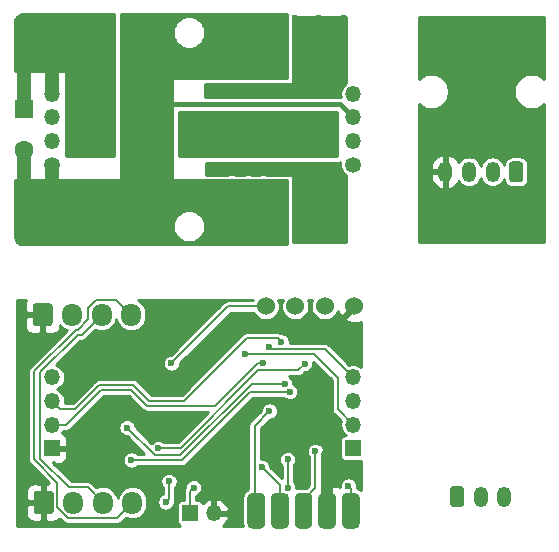
<source format=gbl>
G04 #@! TF.GenerationSoftware,KiCad,Pcbnew,(5.1.9)-1*
G04 #@! TF.CreationDate,2021-05-05T15:37:49+09:00*
G04 #@! TF.ProjectId,FreeServoProject,46726565-5365-4727-966f-50726f6a6563,rev?*
G04 #@! TF.SameCoordinates,Original*
G04 #@! TF.FileFunction,Copper,L2,Bot*
G04 #@! TF.FilePolarity,Positive*
%FSLAX46Y46*%
G04 Gerber Fmt 4.6, Leading zero omitted, Abs format (unit mm)*
G04 Created by KiCad (PCBNEW (5.1.9)-1) date 2021-05-05 15:37:49*
%MOMM*%
%LPD*%
G01*
G04 APERTURE LIST*
G04 #@! TA.AperFunction,ComponentPad*
%ADD10O,1.200000X1.750000*%
G04 #@! TD*
G04 #@! TA.AperFunction,ComponentPad*
%ADD11O,1.700000X1.950000*%
G04 #@! TD*
G04 #@! TA.AperFunction,ComponentPad*
%ADD12R,1.350000X1.350000*%
G04 #@! TD*
G04 #@! TA.AperFunction,ComponentPad*
%ADD13O,1.350000X1.350000*%
G04 #@! TD*
G04 #@! TA.AperFunction,ComponentPad*
%ADD14C,1.350000*%
G04 #@! TD*
G04 #@! TA.AperFunction,ComponentPad*
%ADD15R,1.600000X1.600000*%
G04 #@! TD*
G04 #@! TA.AperFunction,ComponentPad*
%ADD16C,1.600000*%
G04 #@! TD*
G04 #@! TA.AperFunction,ComponentPad*
%ADD17C,4.500880*%
G04 #@! TD*
G04 #@! TA.AperFunction,ComponentPad*
%ADD18C,1.524000*%
G04 #@! TD*
G04 #@! TA.AperFunction,ViaPad*
%ADD19C,0.600000*%
G04 #@! TD*
G04 #@! TA.AperFunction,ViaPad*
%ADD20C,0.900000*%
G04 #@! TD*
G04 #@! TA.AperFunction,Conductor*
%ADD21C,0.200000*%
G04 #@! TD*
G04 #@! TA.AperFunction,Conductor*
%ADD22C,0.400000*%
G04 #@! TD*
G04 #@! TA.AperFunction,Conductor*
%ADD23C,1.200000*%
G04 #@! TD*
G04 #@! TA.AperFunction,Conductor*
%ADD24C,1.000000*%
G04 #@! TD*
G04 #@! TA.AperFunction,Conductor*
%ADD25C,0.254000*%
G04 #@! TD*
G04 #@! TA.AperFunction,Conductor*
%ADD26C,0.152400*%
G04 #@! TD*
G04 APERTURE END LIST*
D10*
X151700000Y-69600000D03*
X153700000Y-69600000D03*
X155700000Y-69600000D03*
G04 #@! TA.AperFunction,ComponentPad*
G36*
G01*
X158300000Y-68974999D02*
X158300000Y-70225001D01*
G75*
G02*
X158050001Y-70475000I-249999J0D01*
G01*
X157349999Y-70475000D01*
G75*
G02*
X157100000Y-70225001I0J249999D01*
G01*
X157100000Y-68974999D01*
G75*
G02*
X157349999Y-68725000I249999J0D01*
G01*
X158050001Y-68725000D01*
G75*
G02*
X158300000Y-68974999I0J-249999D01*
G01*
G37*
G04 #@! TD.AperFunction*
X156700000Y-97100000D03*
X154700000Y-97100000D03*
G04 #@! TA.AperFunction,ComponentPad*
G36*
G01*
X152100000Y-97725001D02*
X152100000Y-96474999D01*
G75*
G02*
X152349999Y-96225000I249999J0D01*
G01*
X153050001Y-96225000D01*
G75*
G02*
X153300000Y-96474999I0J-249999D01*
G01*
X153300000Y-97725001D01*
G75*
G02*
X153050001Y-97975000I-249999J0D01*
G01*
X152349999Y-97975000D01*
G75*
G02*
X152100000Y-97725001I0J249999D01*
G01*
G37*
G04 #@! TD.AperFunction*
G04 #@! TA.AperFunction,SMDPad,CuDef*
G36*
G01*
X142950000Y-99425000D02*
X142950000Y-97175000D01*
G75*
G02*
X143325000Y-96800000I375000J0D01*
G01*
X144075000Y-96800000D01*
G75*
G02*
X144450000Y-97175000I0J-375000D01*
G01*
X144450000Y-99425000D01*
G75*
G02*
X144075000Y-99800000I-375000J0D01*
G01*
X143325000Y-99800000D01*
G75*
G02*
X142950000Y-99425000I0J375000D01*
G01*
G37*
G04 #@! TD.AperFunction*
G04 #@! TA.AperFunction,SMDPad,CuDef*
G36*
G01*
X140950000Y-99425000D02*
X140950000Y-97175000D01*
G75*
G02*
X141325000Y-96800000I375000J0D01*
G01*
X142075000Y-96800000D01*
G75*
G02*
X142450000Y-97175000I0J-375000D01*
G01*
X142450000Y-99425000D01*
G75*
G02*
X142075000Y-99800000I-375000J0D01*
G01*
X141325000Y-99800000D01*
G75*
G02*
X140950000Y-99425000I0J375000D01*
G01*
G37*
G04 #@! TD.AperFunction*
G04 #@! TA.AperFunction,SMDPad,CuDef*
G36*
G01*
X138950000Y-99425000D02*
X138950000Y-97175000D01*
G75*
G02*
X139325000Y-96800000I375000J0D01*
G01*
X140075000Y-96800000D01*
G75*
G02*
X140450000Y-97175000I0J-375000D01*
G01*
X140450000Y-99425000D01*
G75*
G02*
X140075000Y-99800000I-375000J0D01*
G01*
X139325000Y-99800000D01*
G75*
G02*
X138950000Y-99425000I0J375000D01*
G01*
G37*
G04 #@! TD.AperFunction*
G04 #@! TA.AperFunction,SMDPad,CuDef*
G36*
G01*
X136950000Y-99425000D02*
X136950000Y-97175000D01*
G75*
G02*
X137325000Y-96800000I375000J0D01*
G01*
X138075000Y-96800000D01*
G75*
G02*
X138450000Y-97175000I0J-375000D01*
G01*
X138450000Y-99425000D01*
G75*
G02*
X138075000Y-99800000I-375000J0D01*
G01*
X137325000Y-99800000D01*
G75*
G02*
X136950000Y-99425000I0J375000D01*
G01*
G37*
G04 #@! TD.AperFunction*
G04 #@! TA.AperFunction,SMDPad,CuDef*
G36*
G01*
X134950000Y-99425000D02*
X134950000Y-97175000D01*
G75*
G02*
X135325000Y-96800000I375000J0D01*
G01*
X136075000Y-96800000D01*
G75*
G02*
X136450000Y-97175000I0J-375000D01*
G01*
X136450000Y-99425000D01*
G75*
G02*
X136075000Y-99800000I-375000J0D01*
G01*
X135325000Y-99800000D01*
G75*
G02*
X134950000Y-99425000I0J375000D01*
G01*
G37*
G04 #@! TD.AperFunction*
D11*
X125100000Y-81700000D03*
X122600000Y-81700000D03*
X120100000Y-81700000D03*
G04 #@! TA.AperFunction,ComponentPad*
G36*
G01*
X116750000Y-82425000D02*
X116750000Y-80975000D01*
G75*
G02*
X117000000Y-80725000I250000J0D01*
G01*
X118200000Y-80725000D01*
G75*
G02*
X118450000Y-80975000I0J-250000D01*
G01*
X118450000Y-82425000D01*
G75*
G02*
X118200000Y-82675000I-250000J0D01*
G01*
X117000000Y-82675000D01*
G75*
G02*
X116750000Y-82425000I0J250000D01*
G01*
G37*
G04 #@! TD.AperFunction*
D12*
X143900000Y-93000000D03*
D13*
X143900000Y-91000000D03*
X143900000Y-89000000D03*
X143900000Y-87000000D03*
D12*
X118400000Y-93000000D03*
D13*
X118400000Y-91000000D03*
X118400000Y-89000000D03*
X118400000Y-87000000D03*
D14*
X143900000Y-69000000D03*
D13*
X143900000Y-67000000D03*
X143900000Y-65000000D03*
X143900000Y-63000000D03*
D14*
X118400000Y-69000000D03*
D13*
X118400000Y-67000000D03*
X118400000Y-65000000D03*
X118400000Y-63000000D03*
D15*
X116000000Y-64250000D03*
D16*
X116000000Y-67750000D03*
D17*
X118400000Y-73500000D03*
X118400000Y-58500000D03*
X141000000Y-72300000D03*
X141000000Y-59700000D03*
D12*
X130100000Y-98500000D03*
D13*
X132100000Y-98500000D03*
D18*
X144000000Y-81000000D03*
X141500000Y-81000000D03*
X139000000Y-81000000D03*
X136500000Y-81000000D03*
G04 #@! TA.AperFunction,ComponentPad*
G36*
G01*
X116850000Y-98325000D02*
X116850000Y-96875000D01*
G75*
G02*
X117100000Y-96625000I250000J0D01*
G01*
X118300000Y-96625000D01*
G75*
G02*
X118550000Y-96875000I0J-250000D01*
G01*
X118550000Y-98325000D01*
G75*
G02*
X118300000Y-98575000I-250000J0D01*
G01*
X117100000Y-98575000D01*
G75*
G02*
X116850000Y-98325000I0J250000D01*
G01*
G37*
G04 #@! TD.AperFunction*
D11*
X120200000Y-97600000D03*
X122700000Y-97600000D03*
X125200000Y-97600000D03*
D19*
X128500000Y-85800000D03*
X124150000Y-86500000D03*
X123250000Y-86500000D03*
X122900000Y-87000000D03*
X124500000Y-87000000D03*
X124400000Y-88800000D03*
X123000000Y-88800000D03*
X124000000Y-89250000D03*
X123400000Y-89250000D03*
D20*
X141700000Y-99200000D03*
X141700000Y-97300000D03*
X141700000Y-98250000D03*
D19*
X133500000Y-61500000D03*
X134900000Y-61500000D03*
X136200000Y-61500000D03*
X133500000Y-60500000D03*
X134900000Y-60500000D03*
X136300000Y-60500000D03*
X138100000Y-60500000D03*
X131500000Y-60500000D03*
X133600000Y-70500000D03*
X135000000Y-70500000D03*
X136300000Y-70500000D03*
X131600000Y-71400000D03*
X133600000Y-71400000D03*
X135000000Y-71400000D03*
X136300000Y-71400000D03*
X138100000Y-71400000D03*
X124400000Y-60200000D03*
X125100000Y-60200000D03*
X125800000Y-60200000D03*
X126500000Y-60200000D03*
X127200000Y-60200000D03*
X127900000Y-60200000D03*
X128600000Y-60200000D03*
X129300000Y-60200000D03*
X138100000Y-56550000D03*
X138100000Y-75450000D03*
X124400000Y-56550000D03*
X128800000Y-84200000D03*
D20*
X120200000Y-88000000D03*
D19*
X134400000Y-94900000D03*
X144475000Y-94600000D03*
X120250000Y-88900000D03*
X128500000Y-82950000D03*
X127950000Y-87900000D03*
X142350000Y-92550000D03*
X129332085Y-96040395D03*
D20*
X123700000Y-83600000D03*
D19*
X132417473Y-81033983D03*
X134494535Y-93805465D03*
D20*
X126950010Y-87337254D03*
D19*
X139524986Y-92458037D03*
D20*
X143250000Y-84950000D03*
X151950000Y-59600000D03*
X157050000Y-67550000D03*
D19*
X128791568Y-91466927D03*
X134750000Y-85050000D03*
X143500001Y-96200002D03*
X138350000Y-93950000D03*
X138372303Y-96352530D03*
X133600000Y-69700000D03*
X133600000Y-69000000D03*
X135000000Y-69000000D03*
X135000000Y-69700000D03*
X136300000Y-69700000D03*
X136300000Y-69000000D03*
X139000000Y-75400000D03*
X141200000Y-75400000D03*
X143100000Y-75400000D03*
X133500000Y-62300000D03*
X133500000Y-63000000D03*
X134900000Y-63000000D03*
X134900000Y-62300000D03*
X136200000Y-62300000D03*
X136200000Y-63000000D03*
X139000000Y-56600000D03*
X143100000Y-56600000D03*
X141000000Y-56600000D03*
X137800000Y-84000000D03*
X136801657Y-84449990D03*
X136261225Y-85798756D03*
X130400000Y-96350000D03*
X136149998Y-94604317D03*
X136800000Y-89849981D03*
X139797512Y-85851032D03*
X127391557Y-92999979D03*
X124750000Y-91250000D03*
X138099272Y-87549272D03*
X125100000Y-94000000D03*
X138518781Y-88230471D03*
D20*
X139700000Y-99250000D03*
X139700000Y-98300000D03*
X139700000Y-97350000D03*
D19*
X140700000Y-93250000D03*
X136200000Y-68100000D03*
X133500000Y-68100000D03*
X136200000Y-64900000D03*
X133500000Y-64900000D03*
X133500000Y-67000000D03*
X136200000Y-67000000D03*
X136200000Y-66000000D03*
X133500000Y-66000000D03*
X134900000Y-64900000D03*
X134900000Y-66000000D03*
X134900000Y-67000000D03*
X134900000Y-68100000D03*
X130900000Y-64900000D03*
X130900000Y-65900000D03*
X130900000Y-67000000D03*
X129300000Y-67000000D03*
X129300000Y-65900000D03*
X129300000Y-64900000D03*
X119900000Y-65300000D03*
X120600000Y-65300000D03*
X121300000Y-65300000D03*
X122000000Y-65300000D03*
X119900000Y-66700000D03*
X120600000Y-66700000D03*
X121300000Y-66700000D03*
X122000000Y-66700000D03*
X119900000Y-66000000D03*
X120600000Y-66000000D03*
X121300000Y-66000000D03*
X122000000Y-66000000D03*
X122700000Y-66700000D03*
X122700000Y-66000000D03*
X122700000Y-65300000D03*
X123400000Y-65300000D03*
X123400000Y-66000000D03*
X123400000Y-66700000D03*
X128300000Y-95800000D03*
X128050000Y-97550000D03*
D21*
X133300000Y-81000000D02*
X136500000Y-81000000D01*
X128500000Y-85800000D02*
X128500000Y-85800000D01*
X128500000Y-85800000D02*
X133300000Y-81000000D01*
D22*
X143900000Y-65000000D02*
X142800000Y-63900000D01*
X142800000Y-63900000D02*
X128600000Y-63900000D01*
D23*
X118400000Y-69000000D02*
X118400000Y-70300000D01*
X116000000Y-67750000D02*
X116000000Y-70300000D01*
D24*
X141700000Y-98300000D02*
X141700000Y-93600000D01*
D21*
X134750000Y-85050000D02*
X140600000Y-85050000D01*
X140600000Y-85050000D02*
X142600000Y-87050000D01*
X142600000Y-89700000D02*
X143900000Y-91000000D01*
X142600000Y-87050000D02*
X142600000Y-89700000D01*
X143700000Y-97900000D02*
X143700000Y-97445390D01*
X143700000Y-96400001D02*
X143500001Y-96200002D01*
X143700000Y-98300000D02*
X143700000Y-96400001D01*
X119834988Y-96324990D02*
X121424990Y-96324990D01*
X121424990Y-96324990D02*
X122700000Y-97600000D01*
X117424999Y-93915001D02*
X119834988Y-96324990D01*
X117424999Y-86531999D02*
X117424999Y-93915001D01*
X120581977Y-83375021D02*
X117424999Y-86531999D01*
X120924979Y-83375021D02*
X120581977Y-83375021D01*
X122600000Y-81700000D02*
X120924979Y-83375021D01*
X123824990Y-80424990D02*
X125100000Y-81700000D01*
X119723651Y-98875010D02*
X118850010Y-98001369D01*
X122123651Y-80424990D02*
X123824990Y-80424990D01*
X116900000Y-93955702D02*
X116900000Y-86491298D01*
X120576349Y-82975010D02*
X121449990Y-82101369D01*
X118850010Y-95905712D02*
X116900000Y-93955702D01*
X121449990Y-81098651D02*
X122123651Y-80424990D01*
X116900000Y-86491298D02*
X120416288Y-82975010D01*
X118850010Y-98001369D02*
X118850010Y-95905712D01*
X120416288Y-82975010D02*
X120576349Y-82975010D01*
X123924990Y-98875010D02*
X119723651Y-98875010D01*
X125200000Y-97600000D02*
X123924990Y-98875010D01*
X121449990Y-82101369D02*
X121449990Y-81098651D01*
X138372303Y-93972303D02*
X138350000Y-93950000D01*
X138372303Y-96352530D02*
X138372303Y-93972303D01*
X134899999Y-83700001D02*
X137500001Y-83700001D01*
X126615700Y-89000000D02*
X129600000Y-89000000D01*
X125265700Y-87650000D02*
X126615700Y-89000000D01*
X122400000Y-87650000D02*
X125265700Y-87650000D01*
X122250012Y-87799988D02*
X122400000Y-87650000D01*
X122234312Y-87799988D02*
X122250012Y-87799988D01*
X137500001Y-83700001D02*
X137800000Y-84000000D01*
X129600000Y-89000000D02*
X134899999Y-83700001D01*
X120359301Y-89674999D02*
X122234312Y-87799988D01*
X119074999Y-89674999D02*
X120359301Y-89674999D01*
X118400000Y-89000000D02*
X119074999Y-89674999D01*
X136968025Y-84616358D02*
X136801657Y-84449990D01*
X143900000Y-87000000D02*
X141516358Y-84616358D01*
X141516358Y-84616358D02*
X136968025Y-84616358D01*
X126450000Y-89400000D02*
X132235717Y-89400000D01*
X118400000Y-91000000D02*
X119615700Y-91000000D01*
X119615700Y-91000000D02*
X122565700Y-88050000D01*
X122565700Y-88050000D02*
X125100002Y-88050000D01*
X125100002Y-88050000D02*
X126450000Y-89400000D01*
X132235717Y-89400000D02*
X135836961Y-85798756D01*
X135836961Y-85798756D02*
X136261225Y-85798756D01*
X130100000Y-96650000D02*
X130100000Y-98500000D01*
X130400000Y-96350000D02*
X130100000Y-96650000D01*
X137700000Y-98300000D02*
X137700000Y-96154319D01*
X137700000Y-96154319D02*
X136149998Y-94604317D01*
X135700000Y-97900000D02*
X135391007Y-97591007D01*
X135549988Y-98149988D02*
X135700000Y-98300000D01*
X135549988Y-91099993D02*
X135549988Y-93299988D01*
X136800000Y-89849981D02*
X135549988Y-91099993D01*
X135549988Y-93299988D02*
X135549988Y-98149988D01*
X135881841Y-86398757D02*
X129280619Y-92999979D01*
X129280619Y-92999979D02*
X127391557Y-92999979D01*
X139797512Y-85851032D02*
X139249787Y-86398757D01*
X139249787Y-86398757D02*
X135881841Y-86398757D01*
X129246309Y-93599989D02*
X135297026Y-87549272D01*
X124750000Y-91250000D02*
X127099989Y-93599989D01*
X137675008Y-87549272D02*
X138099272Y-87549272D01*
X127099989Y-93599989D02*
X129246309Y-93599989D01*
X135297026Y-87549272D02*
X137675008Y-87549272D01*
X135181527Y-88230471D02*
X138518781Y-88230471D01*
X125100000Y-94000000D02*
X129411998Y-94000000D01*
X129411998Y-94000000D02*
X129430999Y-93980999D01*
X129430999Y-93980999D02*
X135181527Y-88230471D01*
X140700000Y-96350000D02*
X139700000Y-97350000D01*
X140700000Y-93250000D02*
X140700000Y-96350000D01*
D23*
X118400000Y-63000000D02*
X118400000Y-61100000D01*
X116000000Y-64250000D02*
X116000000Y-61100000D01*
D21*
X128300000Y-97300000D02*
X128050000Y-97550000D01*
X128300000Y-95800000D02*
X128300000Y-97300000D01*
D25*
X142573000Y-64559711D02*
X142573000Y-68273000D01*
X129127000Y-68273000D01*
X129127000Y-64527000D01*
X142540289Y-64527000D01*
X142573000Y-64559711D01*
G04 #@! TA.AperFunction,Conductor*
D26*
G36*
X142573000Y-64559711D02*
G01*
X142573000Y-68273000D01*
X129127000Y-68273000D01*
X129127000Y-64527000D01*
X142540289Y-64527000D01*
X142573000Y-64559711D01*
G37*
G04 #@! TD.AperFunction*
D25*
X138273000Y-61673000D02*
X128700000Y-61673000D01*
X128675224Y-61675440D01*
X128651399Y-61682667D01*
X128629443Y-61694403D01*
X128610197Y-61710197D01*
X128594403Y-61729443D01*
X128582667Y-61751399D01*
X128575440Y-61775224D01*
X128573000Y-61800000D01*
X128573000Y-70200000D01*
X128575440Y-70224776D01*
X128582667Y-70248601D01*
X128594403Y-70270557D01*
X128610197Y-70289803D01*
X128629443Y-70305597D01*
X128651399Y-70317333D01*
X128675224Y-70324560D01*
X128700000Y-70327000D01*
X138273000Y-70327000D01*
X138273000Y-75748000D01*
X116012322Y-75748000D01*
X115854947Y-75732569D01*
X115715420Y-75690443D01*
X115586729Y-75622017D01*
X115473785Y-75529902D01*
X115380883Y-75417603D01*
X115311559Y-75289391D01*
X115268461Y-75150162D01*
X115252000Y-74993550D01*
X115252000Y-74065520D01*
X128634607Y-74065520D01*
X128634607Y-74334480D01*
X128687078Y-74598271D01*
X128790004Y-74846756D01*
X128939430Y-75070388D01*
X129129612Y-75260570D01*
X129353244Y-75409996D01*
X129601729Y-75512922D01*
X129865520Y-75565393D01*
X130134480Y-75565393D01*
X130398271Y-75512922D01*
X130646756Y-75409996D01*
X130870388Y-75260570D01*
X131060570Y-75070388D01*
X131209996Y-74846756D01*
X131312922Y-74598271D01*
X131365393Y-74334480D01*
X131365393Y-74065520D01*
X131312922Y-73801729D01*
X131209996Y-73553244D01*
X131060570Y-73329612D01*
X130870388Y-73139430D01*
X130646756Y-72990004D01*
X130398271Y-72887078D01*
X130134480Y-72834607D01*
X129865520Y-72834607D01*
X129601729Y-72887078D01*
X129353244Y-72990004D01*
X129129612Y-73139430D01*
X128939430Y-73329612D01*
X128790004Y-73553244D01*
X128687078Y-73801729D01*
X128634607Y-74065520D01*
X115252000Y-74065520D01*
X115252000Y-70327000D01*
X124100000Y-70327000D01*
X124124776Y-70324560D01*
X124148601Y-70317333D01*
X124170557Y-70305597D01*
X124189803Y-70289803D01*
X124205597Y-70270557D01*
X124217333Y-70248601D01*
X124224560Y-70224776D01*
X124227000Y-70200000D01*
X124227000Y-57665520D01*
X128634607Y-57665520D01*
X128634607Y-57934480D01*
X128687078Y-58198271D01*
X128790004Y-58446756D01*
X128939430Y-58670388D01*
X129129612Y-58860570D01*
X129353244Y-59009996D01*
X129601729Y-59112922D01*
X129865520Y-59165393D01*
X130134480Y-59165393D01*
X130398271Y-59112922D01*
X130646756Y-59009996D01*
X130870388Y-58860570D01*
X131060570Y-58670388D01*
X131209996Y-58446756D01*
X131312922Y-58198271D01*
X131365393Y-57934480D01*
X131365393Y-57665520D01*
X131312922Y-57401729D01*
X131209996Y-57153244D01*
X131060570Y-56929612D01*
X130870388Y-56739430D01*
X130646756Y-56590004D01*
X130398271Y-56487078D01*
X130134480Y-56434607D01*
X129865520Y-56434607D01*
X129601729Y-56487078D01*
X129353244Y-56590004D01*
X129129612Y-56739430D01*
X128939430Y-56929612D01*
X128790004Y-57153244D01*
X128687078Y-57401729D01*
X128634607Y-57665520D01*
X124227000Y-57665520D01*
X124227000Y-56252000D01*
X138273000Y-56252000D01*
X138273000Y-61673000D01*
G04 #@! TA.AperFunction,Conductor*
D26*
G36*
X138273000Y-61673000D02*
G01*
X128700000Y-61673000D01*
X128675224Y-61675440D01*
X128651399Y-61682667D01*
X128629443Y-61694403D01*
X128610197Y-61710197D01*
X128594403Y-61729443D01*
X128582667Y-61751399D01*
X128575440Y-61775224D01*
X128573000Y-61800000D01*
X128573000Y-70200000D01*
X128575440Y-70224776D01*
X128582667Y-70248601D01*
X128594403Y-70270557D01*
X128610197Y-70289803D01*
X128629443Y-70305597D01*
X128651399Y-70317333D01*
X128675224Y-70324560D01*
X128700000Y-70327000D01*
X138273000Y-70327000D01*
X138273000Y-75748000D01*
X116012322Y-75748000D01*
X115854947Y-75732569D01*
X115715420Y-75690443D01*
X115586729Y-75622017D01*
X115473785Y-75529902D01*
X115380883Y-75417603D01*
X115311559Y-75289391D01*
X115268461Y-75150162D01*
X115252000Y-74993550D01*
X115252000Y-74065520D01*
X128634607Y-74065520D01*
X128634607Y-74334480D01*
X128687078Y-74598271D01*
X128790004Y-74846756D01*
X128939430Y-75070388D01*
X129129612Y-75260570D01*
X129353244Y-75409996D01*
X129601729Y-75512922D01*
X129865520Y-75565393D01*
X130134480Y-75565393D01*
X130398271Y-75512922D01*
X130646756Y-75409996D01*
X130870388Y-75260570D01*
X131060570Y-75070388D01*
X131209996Y-74846756D01*
X131312922Y-74598271D01*
X131365393Y-74334480D01*
X131365393Y-74065520D01*
X131312922Y-73801729D01*
X131209996Y-73553244D01*
X131060570Y-73329612D01*
X130870388Y-73139430D01*
X130646756Y-72990004D01*
X130398271Y-72887078D01*
X130134480Y-72834607D01*
X129865520Y-72834607D01*
X129601729Y-72887078D01*
X129353244Y-72990004D01*
X129129612Y-73139430D01*
X128939430Y-73329612D01*
X128790004Y-73553244D01*
X128687078Y-73801729D01*
X128634607Y-74065520D01*
X115252000Y-74065520D01*
X115252000Y-70327000D01*
X124100000Y-70327000D01*
X124124776Y-70324560D01*
X124148601Y-70317333D01*
X124170557Y-70305597D01*
X124189803Y-70289803D01*
X124205597Y-70270557D01*
X124217333Y-70248601D01*
X124224560Y-70224776D01*
X124227000Y-70200000D01*
X124227000Y-57665520D01*
X128634607Y-57665520D01*
X128634607Y-57934480D01*
X128687078Y-58198271D01*
X128790004Y-58446756D01*
X128939430Y-58670388D01*
X129129612Y-58860570D01*
X129353244Y-59009996D01*
X129601729Y-59112922D01*
X129865520Y-59165393D01*
X130134480Y-59165393D01*
X130398271Y-59112922D01*
X130646756Y-59009996D01*
X130870388Y-58860570D01*
X131060570Y-58670388D01*
X131209996Y-58446756D01*
X131312922Y-58198271D01*
X131365393Y-57934480D01*
X131365393Y-57665520D01*
X131312922Y-57401729D01*
X131209996Y-57153244D01*
X131060570Y-56929612D01*
X130870388Y-56739430D01*
X130646756Y-56590004D01*
X130398271Y-56487078D01*
X130134480Y-56434607D01*
X129865520Y-56434607D01*
X129601729Y-56487078D01*
X129353244Y-56590004D01*
X129129612Y-56739430D01*
X128939430Y-56929612D01*
X128790004Y-57153244D01*
X128687078Y-57401729D01*
X128634607Y-57665520D01*
X124227000Y-57665520D01*
X124227000Y-56252000D01*
X138273000Y-56252000D01*
X138273000Y-61673000D01*
G37*
G04 #@! TD.AperFunction*
D25*
X143266175Y-62098144D02*
X143197516Y-62144021D01*
X143044021Y-62297516D01*
X142923420Y-62478007D01*
X142840349Y-62678558D01*
X142798000Y-62891462D01*
X142798000Y-63108538D01*
X142830712Y-63272992D01*
X142800000Y-63269967D01*
X142769206Y-63273000D01*
X131327000Y-63273000D01*
X131327000Y-62177000D01*
X133234680Y-62177000D01*
X133287942Y-62199062D01*
X133428397Y-62227000D01*
X133571603Y-62227000D01*
X133712058Y-62199062D01*
X133765320Y-62177000D01*
X134634680Y-62177000D01*
X134687942Y-62199062D01*
X134828397Y-62227000D01*
X134971603Y-62227000D01*
X135112058Y-62199062D01*
X135165320Y-62177000D01*
X135934680Y-62177000D01*
X135987942Y-62199062D01*
X136128397Y-62227000D01*
X136271603Y-62227000D01*
X136412058Y-62199062D01*
X136465320Y-62177000D01*
X138693175Y-62177000D01*
X138717951Y-62174560D01*
X138741776Y-62167333D01*
X138763732Y-62155597D01*
X138782978Y-62139803D01*
X138798772Y-62120557D01*
X138810508Y-62098601D01*
X138817735Y-62074776D01*
X138820175Y-62050000D01*
X138820175Y-60605915D01*
X138827000Y-60571603D01*
X138827000Y-60428397D01*
X138820175Y-60394085D01*
X138820175Y-56655915D01*
X138827000Y-56621603D01*
X138827000Y-56478397D01*
X138821749Y-56452000D01*
X143266175Y-56452000D01*
X143266175Y-62098144D01*
G04 #@! TA.AperFunction,Conductor*
D26*
G36*
X143266175Y-62098144D02*
G01*
X143197516Y-62144021D01*
X143044021Y-62297516D01*
X142923420Y-62478007D01*
X142840349Y-62678558D01*
X142798000Y-62891462D01*
X142798000Y-63108538D01*
X142830712Y-63272992D01*
X142800000Y-63269967D01*
X142769206Y-63273000D01*
X131327000Y-63273000D01*
X131327000Y-62177000D01*
X133234680Y-62177000D01*
X133287942Y-62199062D01*
X133428397Y-62227000D01*
X133571603Y-62227000D01*
X133712058Y-62199062D01*
X133765320Y-62177000D01*
X134634680Y-62177000D01*
X134687942Y-62199062D01*
X134828397Y-62227000D01*
X134971603Y-62227000D01*
X135112058Y-62199062D01*
X135165320Y-62177000D01*
X135934680Y-62177000D01*
X135987942Y-62199062D01*
X136128397Y-62227000D01*
X136271603Y-62227000D01*
X136412058Y-62199062D01*
X136465320Y-62177000D01*
X138693175Y-62177000D01*
X138717951Y-62174560D01*
X138741776Y-62167333D01*
X138763732Y-62155597D01*
X138782978Y-62139803D01*
X138798772Y-62120557D01*
X138810508Y-62098601D01*
X138817735Y-62074776D01*
X138820175Y-62050000D01*
X138820175Y-60605915D01*
X138827000Y-60571603D01*
X138827000Y-60428397D01*
X138820175Y-60394085D01*
X138820175Y-56655915D01*
X138827000Y-56621603D01*
X138827000Y-56478397D01*
X138821749Y-56452000D01*
X143266175Y-56452000D01*
X143266175Y-62098144D01*
G37*
G04 #@! TD.AperFunction*
D25*
X142798000Y-68891462D02*
X142798000Y-69108538D01*
X142840349Y-69321442D01*
X142923420Y-69521993D01*
X143044021Y-69702484D01*
X143197516Y-69855979D01*
X143273000Y-69906416D01*
X143273000Y-75548000D01*
X138827000Y-75548000D01*
X138827000Y-70011165D01*
X138824560Y-69986389D01*
X138817333Y-69962564D01*
X138805597Y-69940608D01*
X138789803Y-69921362D01*
X138770557Y-69905568D01*
X138748601Y-69893832D01*
X138724776Y-69886605D01*
X138700192Y-69884165D01*
X136682347Y-69881120D01*
X136644364Y-69855741D01*
X136512058Y-69800938D01*
X136371603Y-69773000D01*
X136228397Y-69773000D01*
X136087942Y-69800938D01*
X135955636Y-69855741D01*
X135919376Y-69879969D01*
X135379405Y-69879155D01*
X135344364Y-69855741D01*
X135212058Y-69800938D01*
X135071603Y-69773000D01*
X134928397Y-69773000D01*
X134787942Y-69800938D01*
X134655636Y-69855741D01*
X134622305Y-69878012D01*
X133976236Y-69877037D01*
X133944364Y-69855741D01*
X133812058Y-69800938D01*
X133671603Y-69773000D01*
X133528397Y-69773000D01*
X133387942Y-69800938D01*
X133255636Y-69855741D01*
X133225459Y-69875905D01*
X131427000Y-69873191D01*
X131427000Y-68827000D01*
X142700000Y-68827000D01*
X142783304Y-68818795D01*
X142814326Y-68809385D01*
X142798000Y-68891462D01*
G04 #@! TA.AperFunction,Conductor*
D26*
G36*
X142798000Y-68891462D02*
G01*
X142798000Y-69108538D01*
X142840349Y-69321442D01*
X142923420Y-69521993D01*
X143044021Y-69702484D01*
X143197516Y-69855979D01*
X143273000Y-69906416D01*
X143273000Y-75548000D01*
X138827000Y-75548000D01*
X138827000Y-70011165D01*
X138824560Y-69986389D01*
X138817333Y-69962564D01*
X138805597Y-69940608D01*
X138789803Y-69921362D01*
X138770557Y-69905568D01*
X138748601Y-69893832D01*
X138724776Y-69886605D01*
X138700192Y-69884165D01*
X136682347Y-69881120D01*
X136644364Y-69855741D01*
X136512058Y-69800938D01*
X136371603Y-69773000D01*
X136228397Y-69773000D01*
X136087942Y-69800938D01*
X135955636Y-69855741D01*
X135919376Y-69879969D01*
X135379405Y-69879155D01*
X135344364Y-69855741D01*
X135212058Y-69800938D01*
X135071603Y-69773000D01*
X134928397Y-69773000D01*
X134787942Y-69800938D01*
X134655636Y-69855741D01*
X134622305Y-69878012D01*
X133976236Y-69877037D01*
X133944364Y-69855741D01*
X133812058Y-69800938D01*
X133671603Y-69773000D01*
X133528397Y-69773000D01*
X133387942Y-69800938D01*
X133255636Y-69855741D01*
X133225459Y-69875905D01*
X131427000Y-69873191D01*
X131427000Y-68827000D01*
X142700000Y-68827000D01*
X142783304Y-68818795D01*
X142814326Y-68809385D01*
X142798000Y-68891462D01*
G37*
G04 #@! TD.AperFunction*
D25*
X123673000Y-68273000D02*
X119627000Y-68273000D01*
X119627000Y-61200000D01*
X119624560Y-61175224D01*
X119617333Y-61151399D01*
X119605597Y-61129443D01*
X119589803Y-61110197D01*
X119570557Y-61094403D01*
X119548601Y-61082667D01*
X119524776Y-61075440D01*
X119500000Y-61073000D01*
X115252000Y-61073000D01*
X115252000Y-57012322D01*
X115267431Y-56854951D01*
X115309558Y-56715419D01*
X115377982Y-56586731D01*
X115470098Y-56473785D01*
X115582397Y-56380883D01*
X115710609Y-56311559D01*
X115849838Y-56268461D01*
X116006450Y-56252000D01*
X123673000Y-56252000D01*
X123673000Y-68273000D01*
G04 #@! TA.AperFunction,Conductor*
D26*
G36*
X123673000Y-68273000D02*
G01*
X119627000Y-68273000D01*
X119627000Y-61200000D01*
X119624560Y-61175224D01*
X119617333Y-61151399D01*
X119605597Y-61129443D01*
X119589803Y-61110197D01*
X119570557Y-61094403D01*
X119548601Y-61082667D01*
X119524776Y-61075440D01*
X119500000Y-61073000D01*
X115252000Y-61073000D01*
X115252000Y-57012322D01*
X115267431Y-56854951D01*
X115309558Y-56715419D01*
X115377982Y-56586731D01*
X115470098Y-56473785D01*
X115582397Y-56380883D01*
X115710609Y-56311559D01*
X115849838Y-56268461D01*
X116006450Y-56252000D01*
X123673000Y-56252000D01*
X123673000Y-68273000D01*
G37*
G04 #@! TD.AperFunction*
D25*
X116160498Y-80480820D02*
X116124188Y-80600518D01*
X116111928Y-80725000D01*
X116115000Y-81414250D01*
X116273750Y-81573000D01*
X117473000Y-81573000D01*
X117473000Y-81553000D01*
X117727000Y-81553000D01*
X117727000Y-81573000D01*
X117747000Y-81573000D01*
X117747000Y-81827000D01*
X117727000Y-81827000D01*
X117727000Y-83151250D01*
X117885750Y-83310000D01*
X118450000Y-83313072D01*
X118574482Y-83300812D01*
X118694180Y-83264502D01*
X118804494Y-83205537D01*
X118901185Y-83126185D01*
X118980537Y-83029494D01*
X119039502Y-82919180D01*
X119075812Y-82799482D01*
X119088072Y-82675000D01*
X119087758Y-82604525D01*
X119192657Y-82732344D01*
X119387105Y-82891924D01*
X119608950Y-83010502D01*
X119629325Y-83016683D01*
X116545662Y-86100347D01*
X116525553Y-86116850D01*
X116495803Y-86153101D01*
X116459696Y-86197097D01*
X116410761Y-86288649D01*
X116380626Y-86387989D01*
X116370451Y-86491298D01*
X116373001Y-86517189D01*
X116373000Y-93929821D01*
X116370451Y-93955702D01*
X116373000Y-93981582D01*
X116380626Y-94059011D01*
X116410761Y-94158351D01*
X116459696Y-94249904D01*
X116525552Y-94330150D01*
X116545666Y-94346657D01*
X118187907Y-95988899D01*
X117985750Y-95990000D01*
X117827000Y-96148750D01*
X117827000Y-97473000D01*
X117847000Y-97473000D01*
X117847000Y-97727000D01*
X117827000Y-97727000D01*
X117827000Y-99051250D01*
X117985750Y-99210000D01*
X118550000Y-99213072D01*
X118674482Y-99200812D01*
X118794180Y-99164502D01*
X118904494Y-99105537D01*
X119001185Y-99026185D01*
X119059040Y-98955688D01*
X119332700Y-99229349D01*
X119349203Y-99249458D01*
X119429449Y-99315314D01*
X119521001Y-99364249D01*
X119620341Y-99394384D01*
X119723651Y-99404559D01*
X119749532Y-99402010D01*
X123899109Y-99402010D01*
X123924990Y-99404559D01*
X123950871Y-99402010D01*
X124028300Y-99394384D01*
X124127640Y-99364249D01*
X124219192Y-99315314D01*
X124299438Y-99249458D01*
X124315945Y-99229344D01*
X124660620Y-98884669D01*
X124708950Y-98910502D01*
X124949665Y-98983522D01*
X125200000Y-99008178D01*
X125450336Y-98983522D01*
X125691051Y-98910502D01*
X125912896Y-98791924D01*
X126107344Y-98632344D01*
X126266924Y-98437895D01*
X126385502Y-98216050D01*
X126458522Y-97975335D01*
X126477000Y-97787725D01*
X126477000Y-97478397D01*
X127323000Y-97478397D01*
X127323000Y-97621603D01*
X127350938Y-97762058D01*
X127405741Y-97894364D01*
X127485302Y-98013436D01*
X127586564Y-98114698D01*
X127705636Y-98194259D01*
X127837942Y-98249062D01*
X127978397Y-98277000D01*
X128121603Y-98277000D01*
X128262058Y-98249062D01*
X128394364Y-98194259D01*
X128513436Y-98114698D01*
X128614698Y-98013436D01*
X128694259Y-97894364D01*
X128749062Y-97762058D01*
X128777000Y-97621603D01*
X128777000Y-97525548D01*
X128789239Y-97502650D01*
X128819374Y-97403310D01*
X128827000Y-97325881D01*
X128827000Y-97325879D01*
X128829549Y-97300001D01*
X128827000Y-97274123D01*
X128827000Y-96301134D01*
X128864698Y-96263436D01*
X128944259Y-96144364D01*
X128999062Y-96012058D01*
X129027000Y-95871603D01*
X129027000Y-95728397D01*
X128999062Y-95587942D01*
X128944259Y-95455636D01*
X128864698Y-95336564D01*
X128763436Y-95235302D01*
X128644364Y-95155741D01*
X128512058Y-95100938D01*
X128371603Y-95073000D01*
X128228397Y-95073000D01*
X128087942Y-95100938D01*
X127955636Y-95155741D01*
X127836564Y-95235302D01*
X127735302Y-95336564D01*
X127655741Y-95455636D01*
X127600938Y-95587942D01*
X127573000Y-95728397D01*
X127573000Y-95871603D01*
X127600938Y-96012058D01*
X127655741Y-96144364D01*
X127735302Y-96263436D01*
X127773000Y-96301134D01*
X127773001Y-96877838D01*
X127705636Y-96905741D01*
X127586564Y-96985302D01*
X127485302Y-97086564D01*
X127405741Y-97205636D01*
X127350938Y-97337942D01*
X127323000Y-97478397D01*
X126477000Y-97478397D01*
X126477000Y-97412274D01*
X126458522Y-97224664D01*
X126385502Y-96983949D01*
X126266924Y-96762104D01*
X126107344Y-96567656D01*
X125912895Y-96408076D01*
X125691050Y-96289498D01*
X125450335Y-96216478D01*
X125200000Y-96191822D01*
X124949664Y-96216478D01*
X124708949Y-96289498D01*
X124487104Y-96408076D01*
X124292656Y-96567656D01*
X124133076Y-96762105D01*
X124014498Y-96983950D01*
X123950000Y-97196571D01*
X123885502Y-96983949D01*
X123766924Y-96762104D01*
X123607344Y-96567656D01*
X123412895Y-96408076D01*
X123191050Y-96289498D01*
X122950335Y-96216478D01*
X122700000Y-96191822D01*
X122449664Y-96216478D01*
X122208949Y-96289498D01*
X122160620Y-96315330D01*
X121815945Y-95970656D01*
X121799438Y-95950542D01*
X121719192Y-95884686D01*
X121627640Y-95835751D01*
X121528300Y-95805616D01*
X121450871Y-95797990D01*
X121424990Y-95795441D01*
X121399109Y-95797990D01*
X120053278Y-95797990D01*
X118527002Y-94271715D01*
X118527002Y-94151252D01*
X118685750Y-94310000D01*
X119075000Y-94313072D01*
X119199482Y-94300812D01*
X119319180Y-94264502D01*
X119429494Y-94205537D01*
X119526185Y-94126185D01*
X119605537Y-94029494D01*
X119664502Y-93919180D01*
X119700812Y-93799482D01*
X119713072Y-93675000D01*
X119710000Y-93285750D01*
X119551250Y-93127000D01*
X118527000Y-93127000D01*
X118527000Y-93147000D01*
X118273000Y-93147000D01*
X118273000Y-93127000D01*
X118253000Y-93127000D01*
X118253000Y-92873000D01*
X118273000Y-92873000D01*
X118273000Y-92853000D01*
X118527000Y-92853000D01*
X118527000Y-92873000D01*
X119551250Y-92873000D01*
X119710000Y-92714250D01*
X119713072Y-92325000D01*
X119700812Y-92200518D01*
X119664502Y-92080820D01*
X119605537Y-91970506D01*
X119526185Y-91873815D01*
X119429494Y-91794463D01*
X119319180Y-91735498D01*
X119245359Y-91713104D01*
X119255979Y-91702484D01*
X119373234Y-91527000D01*
X119589819Y-91527000D01*
X119615700Y-91529549D01*
X119641581Y-91527000D01*
X119719010Y-91519374D01*
X119818350Y-91489239D01*
X119909902Y-91440304D01*
X119990148Y-91374448D01*
X120006655Y-91354334D01*
X122783990Y-88577000D01*
X124881712Y-88577000D01*
X126059049Y-89754339D01*
X126075552Y-89774448D01*
X126155798Y-89840304D01*
X126247350Y-89889239D01*
X126346689Y-89919374D01*
X126449999Y-89929549D01*
X126475880Y-89927000D01*
X131608308Y-89927000D01*
X129062330Y-92472979D01*
X127892691Y-92472979D01*
X127854993Y-92435281D01*
X127735921Y-92355720D01*
X127603615Y-92300917D01*
X127463160Y-92272979D01*
X127319954Y-92272979D01*
X127179499Y-92300917D01*
X127047193Y-92355720D01*
X126928121Y-92435281D01*
X126826859Y-92536543D01*
X126808824Y-92563534D01*
X125477000Y-91231711D01*
X125477000Y-91178397D01*
X125449062Y-91037942D01*
X125394259Y-90905636D01*
X125314698Y-90786564D01*
X125213436Y-90685302D01*
X125094364Y-90605741D01*
X124962058Y-90550938D01*
X124821603Y-90523000D01*
X124678397Y-90523000D01*
X124537942Y-90550938D01*
X124405636Y-90605741D01*
X124286564Y-90685302D01*
X124185302Y-90786564D01*
X124105741Y-90905636D01*
X124050938Y-91037942D01*
X124023000Y-91178397D01*
X124023000Y-91321603D01*
X124050938Y-91462058D01*
X124105741Y-91594364D01*
X124185302Y-91713436D01*
X124286564Y-91814698D01*
X124405636Y-91894259D01*
X124537942Y-91949062D01*
X124678397Y-91977000D01*
X124731711Y-91977000D01*
X126227710Y-93473000D01*
X125601134Y-93473000D01*
X125563436Y-93435302D01*
X125444364Y-93355741D01*
X125312058Y-93300938D01*
X125171603Y-93273000D01*
X125028397Y-93273000D01*
X124887942Y-93300938D01*
X124755636Y-93355741D01*
X124636564Y-93435302D01*
X124535302Y-93536564D01*
X124455741Y-93655636D01*
X124400938Y-93787942D01*
X124373000Y-93928397D01*
X124373000Y-94071603D01*
X124400938Y-94212058D01*
X124455741Y-94344364D01*
X124535302Y-94463436D01*
X124636564Y-94564698D01*
X124755636Y-94644259D01*
X124887942Y-94699062D01*
X125028397Y-94727000D01*
X125171603Y-94727000D01*
X125312058Y-94699062D01*
X125444364Y-94644259D01*
X125563436Y-94564698D01*
X125601134Y-94527000D01*
X129386117Y-94527000D01*
X129411998Y-94529549D01*
X129437879Y-94527000D01*
X129515308Y-94519374D01*
X129614648Y-94489239D01*
X129706200Y-94440304D01*
X129786446Y-94374448D01*
X129802953Y-94354334D01*
X129821944Y-94335343D01*
X135399818Y-88757471D01*
X138017647Y-88757471D01*
X138055345Y-88795169D01*
X138174417Y-88874730D01*
X138306723Y-88929533D01*
X138447178Y-88957471D01*
X138590384Y-88957471D01*
X138730839Y-88929533D01*
X138863145Y-88874730D01*
X138982217Y-88795169D01*
X139083479Y-88693907D01*
X139163040Y-88574835D01*
X139217843Y-88442529D01*
X139245781Y-88302074D01*
X139245781Y-88158868D01*
X139217843Y-88018413D01*
X139163040Y-87886107D01*
X139083479Y-87767035D01*
X138982217Y-87665773D01*
X138863145Y-87586212D01*
X138826272Y-87570939D01*
X138826272Y-87477669D01*
X138798334Y-87337214D01*
X138743531Y-87204908D01*
X138663970Y-87085836D01*
X138562708Y-86984574D01*
X138474682Y-86925757D01*
X139223906Y-86925757D01*
X139249787Y-86928306D01*
X139275668Y-86925757D01*
X139353097Y-86918131D01*
X139452437Y-86887996D01*
X139543989Y-86839061D01*
X139624235Y-86773205D01*
X139640742Y-86753091D01*
X139815801Y-86578032D01*
X139869115Y-86578032D01*
X140009570Y-86550094D01*
X140141876Y-86495291D01*
X140260948Y-86415730D01*
X140362210Y-86314468D01*
X140441771Y-86195396D01*
X140496574Y-86063090D01*
X140524512Y-85922635D01*
X140524512Y-85779429D01*
X140509706Y-85704996D01*
X142073000Y-87268290D01*
X142073001Y-89674109D01*
X142070451Y-89700000D01*
X142080626Y-89803309D01*
X142110761Y-89902649D01*
X142159696Y-89994201D01*
X142159697Y-89994202D01*
X142225553Y-90074448D01*
X142245662Y-90090951D01*
X142839174Y-90684464D01*
X142798000Y-90891462D01*
X142798000Y-91108538D01*
X142840349Y-91321442D01*
X142923420Y-91521993D01*
X143044021Y-91702484D01*
X143197516Y-91855979D01*
X143257313Y-91895934D01*
X143225000Y-91895934D01*
X143141293Y-91904178D01*
X143060804Y-91928595D01*
X142986624Y-91968245D01*
X142921605Y-92021605D01*
X142868245Y-92086624D01*
X142828595Y-92160804D01*
X142804178Y-92241293D01*
X142795934Y-92325000D01*
X142795934Y-93675000D01*
X142804178Y-93758707D01*
X142828595Y-93839196D01*
X142868245Y-93913376D01*
X142921605Y-93978395D01*
X142986624Y-94031755D01*
X143060804Y-94071405D01*
X143141293Y-94095822D01*
X143225000Y-94104066D01*
X144548000Y-94104066D01*
X144548000Y-96528015D01*
X144521715Y-96506444D01*
X144382703Y-96432140D01*
X144231865Y-96386384D01*
X144228172Y-96386020D01*
X144226072Y-96364698D01*
X144220247Y-96305558D01*
X144227001Y-96271605D01*
X144227001Y-96128399D01*
X144199063Y-95987944D01*
X144144260Y-95855638D01*
X144064699Y-95736566D01*
X143963437Y-95635304D01*
X143844365Y-95555743D01*
X143712059Y-95500940D01*
X143571604Y-95473002D01*
X143428398Y-95473002D01*
X143287943Y-95500940D01*
X143155637Y-95555743D01*
X143036565Y-95635304D01*
X142935303Y-95736566D01*
X142855742Y-95855638D01*
X142800939Y-95987944D01*
X142773001Y-96128399D01*
X142773001Y-96252629D01*
X142694180Y-96210498D01*
X142574482Y-96174188D01*
X142450000Y-96161928D01*
X141985750Y-96165000D01*
X141827000Y-96323750D01*
X141827000Y-98173000D01*
X141847000Y-98173000D01*
X141847000Y-98427000D01*
X141827000Y-98427000D01*
X141827000Y-98447000D01*
X141573000Y-98447000D01*
X141573000Y-98427000D01*
X141553000Y-98427000D01*
X141553000Y-98173000D01*
X141573000Y-98173000D01*
X141573000Y-96323750D01*
X141414250Y-96165000D01*
X141227000Y-96163761D01*
X141227000Y-93751134D01*
X141264698Y-93713436D01*
X141344259Y-93594364D01*
X141399062Y-93462058D01*
X141427000Y-93321603D01*
X141427000Y-93178397D01*
X141399062Y-93037942D01*
X141344259Y-92905636D01*
X141264698Y-92786564D01*
X141163436Y-92685302D01*
X141044364Y-92605741D01*
X140912058Y-92550938D01*
X140771603Y-92523000D01*
X140628397Y-92523000D01*
X140487942Y-92550938D01*
X140355636Y-92605741D01*
X140236564Y-92685302D01*
X140135302Y-92786564D01*
X140055741Y-92905636D01*
X140000938Y-93037942D01*
X139973000Y-93178397D01*
X139973000Y-93321603D01*
X140000938Y-93462058D01*
X140055741Y-93594364D01*
X140135302Y-93713436D01*
X140173000Y-93751134D01*
X140173001Y-96131708D01*
X139933776Y-96370934D01*
X139325000Y-96370934D01*
X139168135Y-96386384D01*
X139099303Y-96407264D01*
X139099303Y-96280927D01*
X139071365Y-96140472D01*
X139016562Y-96008166D01*
X138937001Y-95889094D01*
X138899303Y-95851396D01*
X138899303Y-94428831D01*
X138914698Y-94413436D01*
X138994259Y-94294364D01*
X139049062Y-94162058D01*
X139077000Y-94021603D01*
X139077000Y-93878397D01*
X139049062Y-93737942D01*
X138994259Y-93605636D01*
X138914698Y-93486564D01*
X138813436Y-93385302D01*
X138694364Y-93305741D01*
X138562058Y-93250938D01*
X138421603Y-93223000D01*
X138278397Y-93223000D01*
X138137942Y-93250938D01*
X138005636Y-93305741D01*
X137886564Y-93385302D01*
X137785302Y-93486564D01*
X137705741Y-93605636D01*
X137650938Y-93737942D01*
X137623000Y-93878397D01*
X137623000Y-94021603D01*
X137650938Y-94162058D01*
X137705741Y-94294364D01*
X137785302Y-94413436D01*
X137845304Y-94473438D01*
X137845303Y-95554332D01*
X136876998Y-94586028D01*
X136876998Y-94532714D01*
X136849060Y-94392259D01*
X136794257Y-94259953D01*
X136714696Y-94140881D01*
X136613434Y-94039619D01*
X136494362Y-93960058D01*
X136362056Y-93905255D01*
X136221601Y-93877317D01*
X136078395Y-93877317D01*
X136076988Y-93877597D01*
X136076988Y-91318282D01*
X136818290Y-90576981D01*
X136871603Y-90576981D01*
X137012058Y-90549043D01*
X137144364Y-90494240D01*
X137263436Y-90414679D01*
X137364698Y-90313417D01*
X137444259Y-90194345D01*
X137499062Y-90062039D01*
X137527000Y-89921584D01*
X137527000Y-89778378D01*
X137499062Y-89637923D01*
X137444259Y-89505617D01*
X137364698Y-89386545D01*
X137263436Y-89285283D01*
X137144364Y-89205722D01*
X137012058Y-89150919D01*
X136871603Y-89122981D01*
X136728397Y-89122981D01*
X136587942Y-89150919D01*
X136455636Y-89205722D01*
X136336564Y-89285283D01*
X136235302Y-89386545D01*
X136155741Y-89505617D01*
X136100938Y-89637923D01*
X136073000Y-89778378D01*
X136073000Y-89831691D01*
X135195654Y-90709038D01*
X135175540Y-90725545D01*
X135109684Y-90805791D01*
X135072396Y-90875553D01*
X135060749Y-90897344D01*
X135030614Y-90996684D01*
X135020439Y-91099993D01*
X135022988Y-91125874D01*
X135022989Y-93274098D01*
X135022988Y-93274108D01*
X135022989Y-96430413D01*
X135017297Y-96432140D01*
X134878285Y-96506444D01*
X134756439Y-96606439D01*
X134656444Y-96728285D01*
X134582140Y-96867297D01*
X134536384Y-97018135D01*
X134520934Y-97175000D01*
X134520934Y-99425000D01*
X134533049Y-99548000D01*
X132875514Y-99548000D01*
X132971227Y-99478303D01*
X133145344Y-99289537D01*
X133279289Y-99070430D01*
X133367915Y-98829401D01*
X133245085Y-98627000D01*
X132227000Y-98627000D01*
X132227000Y-98647000D01*
X131973000Y-98647000D01*
X131973000Y-98627000D01*
X131953000Y-98627000D01*
X131953000Y-98373000D01*
X131973000Y-98373000D01*
X131973000Y-97355776D01*
X132227000Y-97355776D01*
X132227000Y-98373000D01*
X133245085Y-98373000D01*
X133367915Y-98170599D01*
X133279289Y-97929570D01*
X133145344Y-97710463D01*
X132971227Y-97521697D01*
X132763629Y-97370527D01*
X132530528Y-97262762D01*
X132429400Y-97232090D01*
X132227000Y-97355776D01*
X131973000Y-97355776D01*
X131770600Y-97232090D01*
X131669472Y-97262762D01*
X131436371Y-97370527D01*
X131228773Y-97521697D01*
X131145377Y-97612109D01*
X131131755Y-97586624D01*
X131078395Y-97521605D01*
X131013376Y-97468245D01*
X130939196Y-97428595D01*
X130858707Y-97404178D01*
X130775000Y-97395934D01*
X130627000Y-97395934D01*
X130627000Y-97042873D01*
X130744364Y-96994259D01*
X130863436Y-96914698D01*
X130964698Y-96813436D01*
X131044259Y-96694364D01*
X131099062Y-96562058D01*
X131127000Y-96421603D01*
X131127000Y-96278397D01*
X131099062Y-96137942D01*
X131044259Y-96005636D01*
X130964698Y-95886564D01*
X130863436Y-95785302D01*
X130744364Y-95705741D01*
X130612058Y-95650938D01*
X130471603Y-95623000D01*
X130328397Y-95623000D01*
X130187942Y-95650938D01*
X130055636Y-95705741D01*
X129936564Y-95785302D01*
X129835302Y-95886564D01*
X129755741Y-96005636D01*
X129700938Y-96137942D01*
X129673000Y-96278397D01*
X129673000Y-96339587D01*
X129659696Y-96355798D01*
X129629624Y-96412060D01*
X129610761Y-96447351D01*
X129580626Y-96546691D01*
X129570451Y-96650000D01*
X129573000Y-96675881D01*
X129573000Y-97395934D01*
X129425000Y-97395934D01*
X129341293Y-97404178D01*
X129260804Y-97428595D01*
X129186624Y-97468245D01*
X129121605Y-97521605D01*
X129068245Y-97586624D01*
X129028595Y-97660804D01*
X129004178Y-97741293D01*
X128995934Y-97825000D01*
X128995934Y-99175000D01*
X129004178Y-99258707D01*
X129028595Y-99339196D01*
X129068245Y-99413376D01*
X129121605Y-99478395D01*
X129186624Y-99531755D01*
X129217016Y-99548000D01*
X115452000Y-99548000D01*
X115452000Y-98575000D01*
X116211928Y-98575000D01*
X116224188Y-98699482D01*
X116260498Y-98819180D01*
X116319463Y-98929494D01*
X116398815Y-99026185D01*
X116495506Y-99105537D01*
X116605820Y-99164502D01*
X116725518Y-99200812D01*
X116850000Y-99213072D01*
X117414250Y-99210000D01*
X117573000Y-99051250D01*
X117573000Y-97727000D01*
X116373750Y-97727000D01*
X116215000Y-97885750D01*
X116211928Y-98575000D01*
X115452000Y-98575000D01*
X115452000Y-96625000D01*
X116211928Y-96625000D01*
X116215000Y-97314250D01*
X116373750Y-97473000D01*
X117573000Y-97473000D01*
X117573000Y-96148750D01*
X117414250Y-95990000D01*
X116850000Y-95986928D01*
X116725518Y-95999188D01*
X116605820Y-96035498D01*
X116495506Y-96094463D01*
X116398815Y-96173815D01*
X116319463Y-96270506D01*
X116260498Y-96380820D01*
X116224188Y-96500518D01*
X116211928Y-96625000D01*
X115452000Y-96625000D01*
X115452000Y-82675000D01*
X116111928Y-82675000D01*
X116124188Y-82799482D01*
X116160498Y-82919180D01*
X116219463Y-83029494D01*
X116298815Y-83126185D01*
X116395506Y-83205537D01*
X116505820Y-83264502D01*
X116625518Y-83300812D01*
X116750000Y-83313072D01*
X117314250Y-83310000D01*
X117473000Y-83151250D01*
X117473000Y-81827000D01*
X116273750Y-81827000D01*
X116115000Y-81985750D01*
X116111928Y-82675000D01*
X115452000Y-82675000D01*
X115452000Y-80452000D01*
X116175903Y-80452000D01*
X116160498Y-80480820D01*
G04 #@! TA.AperFunction,Conductor*
D26*
G36*
X116160498Y-80480820D02*
G01*
X116124188Y-80600518D01*
X116111928Y-80725000D01*
X116115000Y-81414250D01*
X116273750Y-81573000D01*
X117473000Y-81573000D01*
X117473000Y-81553000D01*
X117727000Y-81553000D01*
X117727000Y-81573000D01*
X117747000Y-81573000D01*
X117747000Y-81827000D01*
X117727000Y-81827000D01*
X117727000Y-83151250D01*
X117885750Y-83310000D01*
X118450000Y-83313072D01*
X118574482Y-83300812D01*
X118694180Y-83264502D01*
X118804494Y-83205537D01*
X118901185Y-83126185D01*
X118980537Y-83029494D01*
X119039502Y-82919180D01*
X119075812Y-82799482D01*
X119088072Y-82675000D01*
X119087758Y-82604525D01*
X119192657Y-82732344D01*
X119387105Y-82891924D01*
X119608950Y-83010502D01*
X119629325Y-83016683D01*
X116545662Y-86100347D01*
X116525553Y-86116850D01*
X116495803Y-86153101D01*
X116459696Y-86197097D01*
X116410761Y-86288649D01*
X116380626Y-86387989D01*
X116370451Y-86491298D01*
X116373001Y-86517189D01*
X116373000Y-93929821D01*
X116370451Y-93955702D01*
X116373000Y-93981582D01*
X116380626Y-94059011D01*
X116410761Y-94158351D01*
X116459696Y-94249904D01*
X116525552Y-94330150D01*
X116545666Y-94346657D01*
X118187907Y-95988899D01*
X117985750Y-95990000D01*
X117827000Y-96148750D01*
X117827000Y-97473000D01*
X117847000Y-97473000D01*
X117847000Y-97727000D01*
X117827000Y-97727000D01*
X117827000Y-99051250D01*
X117985750Y-99210000D01*
X118550000Y-99213072D01*
X118674482Y-99200812D01*
X118794180Y-99164502D01*
X118904494Y-99105537D01*
X119001185Y-99026185D01*
X119059040Y-98955688D01*
X119332700Y-99229349D01*
X119349203Y-99249458D01*
X119429449Y-99315314D01*
X119521001Y-99364249D01*
X119620341Y-99394384D01*
X119723651Y-99404559D01*
X119749532Y-99402010D01*
X123899109Y-99402010D01*
X123924990Y-99404559D01*
X123950871Y-99402010D01*
X124028300Y-99394384D01*
X124127640Y-99364249D01*
X124219192Y-99315314D01*
X124299438Y-99249458D01*
X124315945Y-99229344D01*
X124660620Y-98884669D01*
X124708950Y-98910502D01*
X124949665Y-98983522D01*
X125200000Y-99008178D01*
X125450336Y-98983522D01*
X125691051Y-98910502D01*
X125912896Y-98791924D01*
X126107344Y-98632344D01*
X126266924Y-98437895D01*
X126385502Y-98216050D01*
X126458522Y-97975335D01*
X126477000Y-97787725D01*
X126477000Y-97478397D01*
X127323000Y-97478397D01*
X127323000Y-97621603D01*
X127350938Y-97762058D01*
X127405741Y-97894364D01*
X127485302Y-98013436D01*
X127586564Y-98114698D01*
X127705636Y-98194259D01*
X127837942Y-98249062D01*
X127978397Y-98277000D01*
X128121603Y-98277000D01*
X128262058Y-98249062D01*
X128394364Y-98194259D01*
X128513436Y-98114698D01*
X128614698Y-98013436D01*
X128694259Y-97894364D01*
X128749062Y-97762058D01*
X128777000Y-97621603D01*
X128777000Y-97525548D01*
X128789239Y-97502650D01*
X128819374Y-97403310D01*
X128827000Y-97325881D01*
X128827000Y-97325879D01*
X128829549Y-97300001D01*
X128827000Y-97274123D01*
X128827000Y-96301134D01*
X128864698Y-96263436D01*
X128944259Y-96144364D01*
X128999062Y-96012058D01*
X129027000Y-95871603D01*
X129027000Y-95728397D01*
X128999062Y-95587942D01*
X128944259Y-95455636D01*
X128864698Y-95336564D01*
X128763436Y-95235302D01*
X128644364Y-95155741D01*
X128512058Y-95100938D01*
X128371603Y-95073000D01*
X128228397Y-95073000D01*
X128087942Y-95100938D01*
X127955636Y-95155741D01*
X127836564Y-95235302D01*
X127735302Y-95336564D01*
X127655741Y-95455636D01*
X127600938Y-95587942D01*
X127573000Y-95728397D01*
X127573000Y-95871603D01*
X127600938Y-96012058D01*
X127655741Y-96144364D01*
X127735302Y-96263436D01*
X127773000Y-96301134D01*
X127773001Y-96877838D01*
X127705636Y-96905741D01*
X127586564Y-96985302D01*
X127485302Y-97086564D01*
X127405741Y-97205636D01*
X127350938Y-97337942D01*
X127323000Y-97478397D01*
X126477000Y-97478397D01*
X126477000Y-97412274D01*
X126458522Y-97224664D01*
X126385502Y-96983949D01*
X126266924Y-96762104D01*
X126107344Y-96567656D01*
X125912895Y-96408076D01*
X125691050Y-96289498D01*
X125450335Y-96216478D01*
X125200000Y-96191822D01*
X124949664Y-96216478D01*
X124708949Y-96289498D01*
X124487104Y-96408076D01*
X124292656Y-96567656D01*
X124133076Y-96762105D01*
X124014498Y-96983950D01*
X123950000Y-97196571D01*
X123885502Y-96983949D01*
X123766924Y-96762104D01*
X123607344Y-96567656D01*
X123412895Y-96408076D01*
X123191050Y-96289498D01*
X122950335Y-96216478D01*
X122700000Y-96191822D01*
X122449664Y-96216478D01*
X122208949Y-96289498D01*
X122160620Y-96315330D01*
X121815945Y-95970656D01*
X121799438Y-95950542D01*
X121719192Y-95884686D01*
X121627640Y-95835751D01*
X121528300Y-95805616D01*
X121450871Y-95797990D01*
X121424990Y-95795441D01*
X121399109Y-95797990D01*
X120053278Y-95797990D01*
X118527002Y-94271715D01*
X118527002Y-94151252D01*
X118685750Y-94310000D01*
X119075000Y-94313072D01*
X119199482Y-94300812D01*
X119319180Y-94264502D01*
X119429494Y-94205537D01*
X119526185Y-94126185D01*
X119605537Y-94029494D01*
X119664502Y-93919180D01*
X119700812Y-93799482D01*
X119713072Y-93675000D01*
X119710000Y-93285750D01*
X119551250Y-93127000D01*
X118527000Y-93127000D01*
X118527000Y-93147000D01*
X118273000Y-93147000D01*
X118273000Y-93127000D01*
X118253000Y-93127000D01*
X118253000Y-92873000D01*
X118273000Y-92873000D01*
X118273000Y-92853000D01*
X118527000Y-92853000D01*
X118527000Y-92873000D01*
X119551250Y-92873000D01*
X119710000Y-92714250D01*
X119713072Y-92325000D01*
X119700812Y-92200518D01*
X119664502Y-92080820D01*
X119605537Y-91970506D01*
X119526185Y-91873815D01*
X119429494Y-91794463D01*
X119319180Y-91735498D01*
X119245359Y-91713104D01*
X119255979Y-91702484D01*
X119373234Y-91527000D01*
X119589819Y-91527000D01*
X119615700Y-91529549D01*
X119641581Y-91527000D01*
X119719010Y-91519374D01*
X119818350Y-91489239D01*
X119909902Y-91440304D01*
X119990148Y-91374448D01*
X120006655Y-91354334D01*
X122783990Y-88577000D01*
X124881712Y-88577000D01*
X126059049Y-89754339D01*
X126075552Y-89774448D01*
X126155798Y-89840304D01*
X126247350Y-89889239D01*
X126346689Y-89919374D01*
X126449999Y-89929549D01*
X126475880Y-89927000D01*
X131608308Y-89927000D01*
X129062330Y-92472979D01*
X127892691Y-92472979D01*
X127854993Y-92435281D01*
X127735921Y-92355720D01*
X127603615Y-92300917D01*
X127463160Y-92272979D01*
X127319954Y-92272979D01*
X127179499Y-92300917D01*
X127047193Y-92355720D01*
X126928121Y-92435281D01*
X126826859Y-92536543D01*
X126808824Y-92563534D01*
X125477000Y-91231711D01*
X125477000Y-91178397D01*
X125449062Y-91037942D01*
X125394259Y-90905636D01*
X125314698Y-90786564D01*
X125213436Y-90685302D01*
X125094364Y-90605741D01*
X124962058Y-90550938D01*
X124821603Y-90523000D01*
X124678397Y-90523000D01*
X124537942Y-90550938D01*
X124405636Y-90605741D01*
X124286564Y-90685302D01*
X124185302Y-90786564D01*
X124105741Y-90905636D01*
X124050938Y-91037942D01*
X124023000Y-91178397D01*
X124023000Y-91321603D01*
X124050938Y-91462058D01*
X124105741Y-91594364D01*
X124185302Y-91713436D01*
X124286564Y-91814698D01*
X124405636Y-91894259D01*
X124537942Y-91949062D01*
X124678397Y-91977000D01*
X124731711Y-91977000D01*
X126227710Y-93473000D01*
X125601134Y-93473000D01*
X125563436Y-93435302D01*
X125444364Y-93355741D01*
X125312058Y-93300938D01*
X125171603Y-93273000D01*
X125028397Y-93273000D01*
X124887942Y-93300938D01*
X124755636Y-93355741D01*
X124636564Y-93435302D01*
X124535302Y-93536564D01*
X124455741Y-93655636D01*
X124400938Y-93787942D01*
X124373000Y-93928397D01*
X124373000Y-94071603D01*
X124400938Y-94212058D01*
X124455741Y-94344364D01*
X124535302Y-94463436D01*
X124636564Y-94564698D01*
X124755636Y-94644259D01*
X124887942Y-94699062D01*
X125028397Y-94727000D01*
X125171603Y-94727000D01*
X125312058Y-94699062D01*
X125444364Y-94644259D01*
X125563436Y-94564698D01*
X125601134Y-94527000D01*
X129386117Y-94527000D01*
X129411998Y-94529549D01*
X129437879Y-94527000D01*
X129515308Y-94519374D01*
X129614648Y-94489239D01*
X129706200Y-94440304D01*
X129786446Y-94374448D01*
X129802953Y-94354334D01*
X129821944Y-94335343D01*
X135399818Y-88757471D01*
X138017647Y-88757471D01*
X138055345Y-88795169D01*
X138174417Y-88874730D01*
X138306723Y-88929533D01*
X138447178Y-88957471D01*
X138590384Y-88957471D01*
X138730839Y-88929533D01*
X138863145Y-88874730D01*
X138982217Y-88795169D01*
X139083479Y-88693907D01*
X139163040Y-88574835D01*
X139217843Y-88442529D01*
X139245781Y-88302074D01*
X139245781Y-88158868D01*
X139217843Y-88018413D01*
X139163040Y-87886107D01*
X139083479Y-87767035D01*
X138982217Y-87665773D01*
X138863145Y-87586212D01*
X138826272Y-87570939D01*
X138826272Y-87477669D01*
X138798334Y-87337214D01*
X138743531Y-87204908D01*
X138663970Y-87085836D01*
X138562708Y-86984574D01*
X138474682Y-86925757D01*
X139223906Y-86925757D01*
X139249787Y-86928306D01*
X139275668Y-86925757D01*
X139353097Y-86918131D01*
X139452437Y-86887996D01*
X139543989Y-86839061D01*
X139624235Y-86773205D01*
X139640742Y-86753091D01*
X139815801Y-86578032D01*
X139869115Y-86578032D01*
X140009570Y-86550094D01*
X140141876Y-86495291D01*
X140260948Y-86415730D01*
X140362210Y-86314468D01*
X140441771Y-86195396D01*
X140496574Y-86063090D01*
X140524512Y-85922635D01*
X140524512Y-85779429D01*
X140509706Y-85704996D01*
X142073000Y-87268290D01*
X142073001Y-89674109D01*
X142070451Y-89700000D01*
X142080626Y-89803309D01*
X142110761Y-89902649D01*
X142159696Y-89994201D01*
X142159697Y-89994202D01*
X142225553Y-90074448D01*
X142245662Y-90090951D01*
X142839174Y-90684464D01*
X142798000Y-90891462D01*
X142798000Y-91108538D01*
X142840349Y-91321442D01*
X142923420Y-91521993D01*
X143044021Y-91702484D01*
X143197516Y-91855979D01*
X143257313Y-91895934D01*
X143225000Y-91895934D01*
X143141293Y-91904178D01*
X143060804Y-91928595D01*
X142986624Y-91968245D01*
X142921605Y-92021605D01*
X142868245Y-92086624D01*
X142828595Y-92160804D01*
X142804178Y-92241293D01*
X142795934Y-92325000D01*
X142795934Y-93675000D01*
X142804178Y-93758707D01*
X142828595Y-93839196D01*
X142868245Y-93913376D01*
X142921605Y-93978395D01*
X142986624Y-94031755D01*
X143060804Y-94071405D01*
X143141293Y-94095822D01*
X143225000Y-94104066D01*
X144548000Y-94104066D01*
X144548000Y-96528015D01*
X144521715Y-96506444D01*
X144382703Y-96432140D01*
X144231865Y-96386384D01*
X144228172Y-96386020D01*
X144226072Y-96364698D01*
X144220247Y-96305558D01*
X144227001Y-96271605D01*
X144227001Y-96128399D01*
X144199063Y-95987944D01*
X144144260Y-95855638D01*
X144064699Y-95736566D01*
X143963437Y-95635304D01*
X143844365Y-95555743D01*
X143712059Y-95500940D01*
X143571604Y-95473002D01*
X143428398Y-95473002D01*
X143287943Y-95500940D01*
X143155637Y-95555743D01*
X143036565Y-95635304D01*
X142935303Y-95736566D01*
X142855742Y-95855638D01*
X142800939Y-95987944D01*
X142773001Y-96128399D01*
X142773001Y-96252629D01*
X142694180Y-96210498D01*
X142574482Y-96174188D01*
X142450000Y-96161928D01*
X141985750Y-96165000D01*
X141827000Y-96323750D01*
X141827000Y-98173000D01*
X141847000Y-98173000D01*
X141847000Y-98427000D01*
X141827000Y-98427000D01*
X141827000Y-98447000D01*
X141573000Y-98447000D01*
X141573000Y-98427000D01*
X141553000Y-98427000D01*
X141553000Y-98173000D01*
X141573000Y-98173000D01*
X141573000Y-96323750D01*
X141414250Y-96165000D01*
X141227000Y-96163761D01*
X141227000Y-93751134D01*
X141264698Y-93713436D01*
X141344259Y-93594364D01*
X141399062Y-93462058D01*
X141427000Y-93321603D01*
X141427000Y-93178397D01*
X141399062Y-93037942D01*
X141344259Y-92905636D01*
X141264698Y-92786564D01*
X141163436Y-92685302D01*
X141044364Y-92605741D01*
X140912058Y-92550938D01*
X140771603Y-92523000D01*
X140628397Y-92523000D01*
X140487942Y-92550938D01*
X140355636Y-92605741D01*
X140236564Y-92685302D01*
X140135302Y-92786564D01*
X140055741Y-92905636D01*
X140000938Y-93037942D01*
X139973000Y-93178397D01*
X139973000Y-93321603D01*
X140000938Y-93462058D01*
X140055741Y-93594364D01*
X140135302Y-93713436D01*
X140173000Y-93751134D01*
X140173001Y-96131708D01*
X139933776Y-96370934D01*
X139325000Y-96370934D01*
X139168135Y-96386384D01*
X139099303Y-96407264D01*
X139099303Y-96280927D01*
X139071365Y-96140472D01*
X139016562Y-96008166D01*
X138937001Y-95889094D01*
X138899303Y-95851396D01*
X138899303Y-94428831D01*
X138914698Y-94413436D01*
X138994259Y-94294364D01*
X139049062Y-94162058D01*
X139077000Y-94021603D01*
X139077000Y-93878397D01*
X139049062Y-93737942D01*
X138994259Y-93605636D01*
X138914698Y-93486564D01*
X138813436Y-93385302D01*
X138694364Y-93305741D01*
X138562058Y-93250938D01*
X138421603Y-93223000D01*
X138278397Y-93223000D01*
X138137942Y-93250938D01*
X138005636Y-93305741D01*
X137886564Y-93385302D01*
X137785302Y-93486564D01*
X137705741Y-93605636D01*
X137650938Y-93737942D01*
X137623000Y-93878397D01*
X137623000Y-94021603D01*
X137650938Y-94162058D01*
X137705741Y-94294364D01*
X137785302Y-94413436D01*
X137845304Y-94473438D01*
X137845303Y-95554332D01*
X136876998Y-94586028D01*
X136876998Y-94532714D01*
X136849060Y-94392259D01*
X136794257Y-94259953D01*
X136714696Y-94140881D01*
X136613434Y-94039619D01*
X136494362Y-93960058D01*
X136362056Y-93905255D01*
X136221601Y-93877317D01*
X136078395Y-93877317D01*
X136076988Y-93877597D01*
X136076988Y-91318282D01*
X136818290Y-90576981D01*
X136871603Y-90576981D01*
X137012058Y-90549043D01*
X137144364Y-90494240D01*
X137263436Y-90414679D01*
X137364698Y-90313417D01*
X137444259Y-90194345D01*
X137499062Y-90062039D01*
X137527000Y-89921584D01*
X137527000Y-89778378D01*
X137499062Y-89637923D01*
X137444259Y-89505617D01*
X137364698Y-89386545D01*
X137263436Y-89285283D01*
X137144364Y-89205722D01*
X137012058Y-89150919D01*
X136871603Y-89122981D01*
X136728397Y-89122981D01*
X136587942Y-89150919D01*
X136455636Y-89205722D01*
X136336564Y-89285283D01*
X136235302Y-89386545D01*
X136155741Y-89505617D01*
X136100938Y-89637923D01*
X136073000Y-89778378D01*
X136073000Y-89831691D01*
X135195654Y-90709038D01*
X135175540Y-90725545D01*
X135109684Y-90805791D01*
X135072396Y-90875553D01*
X135060749Y-90897344D01*
X135030614Y-90996684D01*
X135020439Y-91099993D01*
X135022988Y-91125874D01*
X135022989Y-93274098D01*
X135022988Y-93274108D01*
X135022989Y-96430413D01*
X135017297Y-96432140D01*
X134878285Y-96506444D01*
X134756439Y-96606439D01*
X134656444Y-96728285D01*
X134582140Y-96867297D01*
X134536384Y-97018135D01*
X134520934Y-97175000D01*
X134520934Y-99425000D01*
X134533049Y-99548000D01*
X132875514Y-99548000D01*
X132971227Y-99478303D01*
X133145344Y-99289537D01*
X133279289Y-99070430D01*
X133367915Y-98829401D01*
X133245085Y-98627000D01*
X132227000Y-98627000D01*
X132227000Y-98647000D01*
X131973000Y-98647000D01*
X131973000Y-98627000D01*
X131953000Y-98627000D01*
X131953000Y-98373000D01*
X131973000Y-98373000D01*
X131973000Y-97355776D01*
X132227000Y-97355776D01*
X132227000Y-98373000D01*
X133245085Y-98373000D01*
X133367915Y-98170599D01*
X133279289Y-97929570D01*
X133145344Y-97710463D01*
X132971227Y-97521697D01*
X132763629Y-97370527D01*
X132530528Y-97262762D01*
X132429400Y-97232090D01*
X132227000Y-97355776D01*
X131973000Y-97355776D01*
X131770600Y-97232090D01*
X131669472Y-97262762D01*
X131436371Y-97370527D01*
X131228773Y-97521697D01*
X131145377Y-97612109D01*
X131131755Y-97586624D01*
X131078395Y-97521605D01*
X131013376Y-97468245D01*
X130939196Y-97428595D01*
X130858707Y-97404178D01*
X130775000Y-97395934D01*
X130627000Y-97395934D01*
X130627000Y-97042873D01*
X130744364Y-96994259D01*
X130863436Y-96914698D01*
X130964698Y-96813436D01*
X131044259Y-96694364D01*
X131099062Y-96562058D01*
X131127000Y-96421603D01*
X131127000Y-96278397D01*
X131099062Y-96137942D01*
X131044259Y-96005636D01*
X130964698Y-95886564D01*
X130863436Y-95785302D01*
X130744364Y-95705741D01*
X130612058Y-95650938D01*
X130471603Y-95623000D01*
X130328397Y-95623000D01*
X130187942Y-95650938D01*
X130055636Y-95705741D01*
X129936564Y-95785302D01*
X129835302Y-95886564D01*
X129755741Y-96005636D01*
X129700938Y-96137942D01*
X129673000Y-96278397D01*
X129673000Y-96339587D01*
X129659696Y-96355798D01*
X129629624Y-96412060D01*
X129610761Y-96447351D01*
X129580626Y-96546691D01*
X129570451Y-96650000D01*
X129573000Y-96675881D01*
X129573000Y-97395934D01*
X129425000Y-97395934D01*
X129341293Y-97404178D01*
X129260804Y-97428595D01*
X129186624Y-97468245D01*
X129121605Y-97521605D01*
X129068245Y-97586624D01*
X129028595Y-97660804D01*
X129004178Y-97741293D01*
X128995934Y-97825000D01*
X128995934Y-99175000D01*
X129004178Y-99258707D01*
X129028595Y-99339196D01*
X129068245Y-99413376D01*
X129121605Y-99478395D01*
X129186624Y-99531755D01*
X129217016Y-99548000D01*
X115452000Y-99548000D01*
X115452000Y-98575000D01*
X116211928Y-98575000D01*
X116224188Y-98699482D01*
X116260498Y-98819180D01*
X116319463Y-98929494D01*
X116398815Y-99026185D01*
X116495506Y-99105537D01*
X116605820Y-99164502D01*
X116725518Y-99200812D01*
X116850000Y-99213072D01*
X117414250Y-99210000D01*
X117573000Y-99051250D01*
X117573000Y-97727000D01*
X116373750Y-97727000D01*
X116215000Y-97885750D01*
X116211928Y-98575000D01*
X115452000Y-98575000D01*
X115452000Y-96625000D01*
X116211928Y-96625000D01*
X116215000Y-97314250D01*
X116373750Y-97473000D01*
X117573000Y-97473000D01*
X117573000Y-96148750D01*
X117414250Y-95990000D01*
X116850000Y-95986928D01*
X116725518Y-95999188D01*
X116605820Y-96035498D01*
X116495506Y-96094463D01*
X116398815Y-96173815D01*
X116319463Y-96270506D01*
X116260498Y-96380820D01*
X116224188Y-96500518D01*
X116211928Y-96625000D01*
X115452000Y-96625000D01*
X115452000Y-82675000D01*
X116111928Y-82675000D01*
X116124188Y-82799482D01*
X116160498Y-82919180D01*
X116219463Y-83029494D01*
X116298815Y-83126185D01*
X116395506Y-83205537D01*
X116505820Y-83264502D01*
X116625518Y-83300812D01*
X116750000Y-83313072D01*
X117314250Y-83310000D01*
X117473000Y-83151250D01*
X117473000Y-81827000D01*
X116273750Y-81827000D01*
X116115000Y-81985750D01*
X116111928Y-82675000D01*
X115452000Y-82675000D01*
X115452000Y-80452000D01*
X116175903Y-80452000D01*
X116160498Y-80480820D01*
G37*
G04 #@! TD.AperFunction*
D25*
X135431326Y-80473000D02*
X133325880Y-80473000D01*
X133299999Y-80470451D01*
X133214986Y-80478824D01*
X133196690Y-80480626D01*
X133097350Y-80510761D01*
X133005798Y-80559696D01*
X132925552Y-80625552D01*
X132909049Y-80645661D01*
X128481711Y-85073000D01*
X128428397Y-85073000D01*
X128287942Y-85100938D01*
X128155636Y-85155741D01*
X128036564Y-85235302D01*
X127935302Y-85336564D01*
X127855741Y-85455636D01*
X127800938Y-85587942D01*
X127773000Y-85728397D01*
X127773000Y-85871603D01*
X127800938Y-86012058D01*
X127855741Y-86144364D01*
X127935302Y-86263436D01*
X128036564Y-86364698D01*
X128155636Y-86444259D01*
X128287942Y-86499062D01*
X128428397Y-86527000D01*
X128571603Y-86527000D01*
X128712058Y-86499062D01*
X128844364Y-86444259D01*
X128963436Y-86364698D01*
X129064698Y-86263436D01*
X129144259Y-86144364D01*
X129199062Y-86012058D01*
X129227000Y-85871603D01*
X129227000Y-85818289D01*
X133518290Y-81527000D01*
X135431326Y-81527000D01*
X135446322Y-81563203D01*
X135576443Y-81757943D01*
X135742057Y-81923557D01*
X135936797Y-82053678D01*
X136153182Y-82143307D01*
X136382894Y-82189000D01*
X136617106Y-82189000D01*
X136846818Y-82143307D01*
X137063203Y-82053678D01*
X137257943Y-81923557D01*
X137423557Y-81757943D01*
X137553678Y-81563203D01*
X137643307Y-81346818D01*
X137689000Y-81117106D01*
X137689000Y-80882894D01*
X137643307Y-80653182D01*
X137559975Y-80452000D01*
X137940025Y-80452000D01*
X137856693Y-80653182D01*
X137811000Y-80882894D01*
X137811000Y-81117106D01*
X137856693Y-81346818D01*
X137946322Y-81563203D01*
X138076443Y-81757943D01*
X138242057Y-81923557D01*
X138436797Y-82053678D01*
X138653182Y-82143307D01*
X138882894Y-82189000D01*
X139117106Y-82189000D01*
X139346818Y-82143307D01*
X139563203Y-82053678D01*
X139757943Y-81923557D01*
X139923557Y-81757943D01*
X140053678Y-81563203D01*
X140143307Y-81346818D01*
X140189000Y-81117106D01*
X140189000Y-80882894D01*
X140143307Y-80653182D01*
X140059975Y-80452000D01*
X140440025Y-80452000D01*
X140356693Y-80653182D01*
X140311000Y-80882894D01*
X140311000Y-81117106D01*
X140356693Y-81346818D01*
X140446322Y-81563203D01*
X140576443Y-81757943D01*
X140742057Y-81923557D01*
X140936797Y-82053678D01*
X141153182Y-82143307D01*
X141382894Y-82189000D01*
X141617106Y-82189000D01*
X141846818Y-82143307D01*
X142063203Y-82053678D01*
X142257943Y-81923557D01*
X142423557Y-81757943D01*
X142553678Y-81563203D01*
X142641563Y-81351029D01*
X142732364Y-81603023D01*
X142794344Y-81718980D01*
X143034435Y-81785960D01*
X143820395Y-81000000D01*
X143806253Y-80985858D01*
X143985858Y-80806253D01*
X144000000Y-80820395D01*
X144014143Y-80806253D01*
X144193748Y-80985858D01*
X144179605Y-81000000D01*
X144193748Y-81014143D01*
X144014143Y-81193748D01*
X144000000Y-81179605D01*
X143214040Y-81965565D01*
X143281020Y-82205656D01*
X143530048Y-82322756D01*
X143797135Y-82389023D01*
X144072017Y-82401910D01*
X144344133Y-82360922D01*
X144548001Y-82287462D01*
X144548001Y-86107616D01*
X144421993Y-86023420D01*
X144221442Y-85940349D01*
X144008538Y-85898000D01*
X143791462Y-85898000D01*
X143584465Y-85939174D01*
X141907313Y-84262024D01*
X141890806Y-84241910D01*
X141810560Y-84176054D01*
X141719008Y-84127119D01*
X141619668Y-84096984D01*
X141542239Y-84089358D01*
X141516358Y-84086809D01*
X141490477Y-84089358D01*
X138523468Y-84089358D01*
X138527000Y-84071603D01*
X138527000Y-83928397D01*
X138499062Y-83787942D01*
X138444259Y-83655636D01*
X138364698Y-83536564D01*
X138263436Y-83435302D01*
X138144364Y-83355741D01*
X138012058Y-83300938D01*
X137871603Y-83273000D01*
X137810413Y-83273000D01*
X137794203Y-83259697D01*
X137702651Y-83210762D01*
X137603311Y-83180627D01*
X137525882Y-83173001D01*
X137500001Y-83170452D01*
X137474120Y-83173001D01*
X134925876Y-83173001D01*
X134899998Y-83170452D01*
X134874120Y-83173001D01*
X134874118Y-83173001D01*
X134796689Y-83180627D01*
X134697349Y-83210762D01*
X134605797Y-83259697D01*
X134525551Y-83325553D01*
X134509048Y-83345662D01*
X129381711Y-88473000D01*
X126833990Y-88473000D01*
X125656655Y-87295666D01*
X125640148Y-87275552D01*
X125559902Y-87209696D01*
X125468350Y-87160761D01*
X125369010Y-87130626D01*
X125291581Y-87123000D01*
X125265700Y-87120451D01*
X125239819Y-87123000D01*
X122425880Y-87123000D01*
X122399999Y-87120451D01*
X122296690Y-87130626D01*
X122197350Y-87160761D01*
X122105798Y-87209696D01*
X122025552Y-87275552D01*
X122009045Y-87295666D01*
X121950673Y-87354038D01*
X121940110Y-87359684D01*
X121859864Y-87425540D01*
X121843361Y-87445649D01*
X120141012Y-89147999D01*
X119494151Y-89147999D01*
X119502000Y-89108538D01*
X119502000Y-88891462D01*
X119459651Y-88678558D01*
X119376580Y-88478007D01*
X119255979Y-88297516D01*
X119102484Y-88144021D01*
X118921993Y-88023420D01*
X118865452Y-88000000D01*
X118921993Y-87976580D01*
X119102484Y-87855979D01*
X119255979Y-87702484D01*
X119376580Y-87521993D01*
X119459651Y-87321442D01*
X119502000Y-87108538D01*
X119502000Y-86891462D01*
X119459651Y-86678558D01*
X119376580Y-86478007D01*
X119255979Y-86297516D01*
X119102484Y-86144021D01*
X118921993Y-86023420D01*
X118750077Y-85952210D01*
X120800267Y-83902021D01*
X120899098Y-83902021D01*
X120924979Y-83904570D01*
X120950860Y-83902021D01*
X121028289Y-83894395D01*
X121127629Y-83864260D01*
X121219181Y-83815325D01*
X121299427Y-83749469D01*
X121315934Y-83729355D01*
X122060620Y-82984669D01*
X122108950Y-83010502D01*
X122349665Y-83083522D01*
X122600000Y-83108178D01*
X122850336Y-83083522D01*
X123091051Y-83010502D01*
X123312896Y-82891924D01*
X123507344Y-82732344D01*
X123666924Y-82537895D01*
X123785502Y-82316050D01*
X123850000Y-82103429D01*
X123914498Y-82316051D01*
X124033076Y-82537896D01*
X124192657Y-82732344D01*
X124387105Y-82891924D01*
X124608950Y-83010502D01*
X124849665Y-83083522D01*
X125100000Y-83108178D01*
X125350336Y-83083522D01*
X125591051Y-83010502D01*
X125812896Y-82891924D01*
X126007344Y-82732344D01*
X126166924Y-82537895D01*
X126285502Y-82316050D01*
X126358522Y-82075335D01*
X126377000Y-81887725D01*
X126377000Y-81512274D01*
X126358522Y-81324664D01*
X126285502Y-81083949D01*
X126166924Y-80862104D01*
X126007344Y-80667656D01*
X125812895Y-80508076D01*
X125707984Y-80452000D01*
X135440025Y-80452000D01*
X135431326Y-80473000D01*
G04 #@! TA.AperFunction,Conductor*
D26*
G36*
X135431326Y-80473000D02*
G01*
X133325880Y-80473000D01*
X133299999Y-80470451D01*
X133214986Y-80478824D01*
X133196690Y-80480626D01*
X133097350Y-80510761D01*
X133005798Y-80559696D01*
X132925552Y-80625552D01*
X132909049Y-80645661D01*
X128481711Y-85073000D01*
X128428397Y-85073000D01*
X128287942Y-85100938D01*
X128155636Y-85155741D01*
X128036564Y-85235302D01*
X127935302Y-85336564D01*
X127855741Y-85455636D01*
X127800938Y-85587942D01*
X127773000Y-85728397D01*
X127773000Y-85871603D01*
X127800938Y-86012058D01*
X127855741Y-86144364D01*
X127935302Y-86263436D01*
X128036564Y-86364698D01*
X128155636Y-86444259D01*
X128287942Y-86499062D01*
X128428397Y-86527000D01*
X128571603Y-86527000D01*
X128712058Y-86499062D01*
X128844364Y-86444259D01*
X128963436Y-86364698D01*
X129064698Y-86263436D01*
X129144259Y-86144364D01*
X129199062Y-86012058D01*
X129227000Y-85871603D01*
X129227000Y-85818289D01*
X133518290Y-81527000D01*
X135431326Y-81527000D01*
X135446322Y-81563203D01*
X135576443Y-81757943D01*
X135742057Y-81923557D01*
X135936797Y-82053678D01*
X136153182Y-82143307D01*
X136382894Y-82189000D01*
X136617106Y-82189000D01*
X136846818Y-82143307D01*
X137063203Y-82053678D01*
X137257943Y-81923557D01*
X137423557Y-81757943D01*
X137553678Y-81563203D01*
X137643307Y-81346818D01*
X137689000Y-81117106D01*
X137689000Y-80882894D01*
X137643307Y-80653182D01*
X137559975Y-80452000D01*
X137940025Y-80452000D01*
X137856693Y-80653182D01*
X137811000Y-80882894D01*
X137811000Y-81117106D01*
X137856693Y-81346818D01*
X137946322Y-81563203D01*
X138076443Y-81757943D01*
X138242057Y-81923557D01*
X138436797Y-82053678D01*
X138653182Y-82143307D01*
X138882894Y-82189000D01*
X139117106Y-82189000D01*
X139346818Y-82143307D01*
X139563203Y-82053678D01*
X139757943Y-81923557D01*
X139923557Y-81757943D01*
X140053678Y-81563203D01*
X140143307Y-81346818D01*
X140189000Y-81117106D01*
X140189000Y-80882894D01*
X140143307Y-80653182D01*
X140059975Y-80452000D01*
X140440025Y-80452000D01*
X140356693Y-80653182D01*
X140311000Y-80882894D01*
X140311000Y-81117106D01*
X140356693Y-81346818D01*
X140446322Y-81563203D01*
X140576443Y-81757943D01*
X140742057Y-81923557D01*
X140936797Y-82053678D01*
X141153182Y-82143307D01*
X141382894Y-82189000D01*
X141617106Y-82189000D01*
X141846818Y-82143307D01*
X142063203Y-82053678D01*
X142257943Y-81923557D01*
X142423557Y-81757943D01*
X142553678Y-81563203D01*
X142641563Y-81351029D01*
X142732364Y-81603023D01*
X142794344Y-81718980D01*
X143034435Y-81785960D01*
X143820395Y-81000000D01*
X143806253Y-80985858D01*
X143985858Y-80806253D01*
X144000000Y-80820395D01*
X144014143Y-80806253D01*
X144193748Y-80985858D01*
X144179605Y-81000000D01*
X144193748Y-81014143D01*
X144014143Y-81193748D01*
X144000000Y-81179605D01*
X143214040Y-81965565D01*
X143281020Y-82205656D01*
X143530048Y-82322756D01*
X143797135Y-82389023D01*
X144072017Y-82401910D01*
X144344133Y-82360922D01*
X144548001Y-82287462D01*
X144548001Y-86107616D01*
X144421993Y-86023420D01*
X144221442Y-85940349D01*
X144008538Y-85898000D01*
X143791462Y-85898000D01*
X143584465Y-85939174D01*
X141907313Y-84262024D01*
X141890806Y-84241910D01*
X141810560Y-84176054D01*
X141719008Y-84127119D01*
X141619668Y-84096984D01*
X141542239Y-84089358D01*
X141516358Y-84086809D01*
X141490477Y-84089358D01*
X138523468Y-84089358D01*
X138527000Y-84071603D01*
X138527000Y-83928397D01*
X138499062Y-83787942D01*
X138444259Y-83655636D01*
X138364698Y-83536564D01*
X138263436Y-83435302D01*
X138144364Y-83355741D01*
X138012058Y-83300938D01*
X137871603Y-83273000D01*
X137810413Y-83273000D01*
X137794203Y-83259697D01*
X137702651Y-83210762D01*
X137603311Y-83180627D01*
X137525882Y-83173001D01*
X137500001Y-83170452D01*
X137474120Y-83173001D01*
X134925876Y-83173001D01*
X134899998Y-83170452D01*
X134874120Y-83173001D01*
X134874118Y-83173001D01*
X134796689Y-83180627D01*
X134697349Y-83210762D01*
X134605797Y-83259697D01*
X134525551Y-83325553D01*
X134509048Y-83345662D01*
X129381711Y-88473000D01*
X126833990Y-88473000D01*
X125656655Y-87295666D01*
X125640148Y-87275552D01*
X125559902Y-87209696D01*
X125468350Y-87160761D01*
X125369010Y-87130626D01*
X125291581Y-87123000D01*
X125265700Y-87120451D01*
X125239819Y-87123000D01*
X122425880Y-87123000D01*
X122399999Y-87120451D01*
X122296690Y-87130626D01*
X122197350Y-87160761D01*
X122105798Y-87209696D01*
X122025552Y-87275552D01*
X122009045Y-87295666D01*
X121950673Y-87354038D01*
X121940110Y-87359684D01*
X121859864Y-87425540D01*
X121843361Y-87445649D01*
X120141012Y-89147999D01*
X119494151Y-89147999D01*
X119502000Y-89108538D01*
X119502000Y-88891462D01*
X119459651Y-88678558D01*
X119376580Y-88478007D01*
X119255979Y-88297516D01*
X119102484Y-88144021D01*
X118921993Y-88023420D01*
X118865452Y-88000000D01*
X118921993Y-87976580D01*
X119102484Y-87855979D01*
X119255979Y-87702484D01*
X119376580Y-87521993D01*
X119459651Y-87321442D01*
X119502000Y-87108538D01*
X119502000Y-86891462D01*
X119459651Y-86678558D01*
X119376580Y-86478007D01*
X119255979Y-86297516D01*
X119102484Y-86144021D01*
X118921993Y-86023420D01*
X118750077Y-85952210D01*
X120800267Y-83902021D01*
X120899098Y-83902021D01*
X120924979Y-83904570D01*
X120950860Y-83902021D01*
X121028289Y-83894395D01*
X121127629Y-83864260D01*
X121219181Y-83815325D01*
X121299427Y-83749469D01*
X121315934Y-83729355D01*
X122060620Y-82984669D01*
X122108950Y-83010502D01*
X122349665Y-83083522D01*
X122600000Y-83108178D01*
X122850336Y-83083522D01*
X123091051Y-83010502D01*
X123312896Y-82891924D01*
X123507344Y-82732344D01*
X123666924Y-82537895D01*
X123785502Y-82316050D01*
X123850000Y-82103429D01*
X123914498Y-82316051D01*
X124033076Y-82537896D01*
X124192657Y-82732344D01*
X124387105Y-82891924D01*
X124608950Y-83010502D01*
X124849665Y-83083522D01*
X125100000Y-83108178D01*
X125350336Y-83083522D01*
X125591051Y-83010502D01*
X125812896Y-82891924D01*
X126007344Y-82732344D01*
X126166924Y-82537895D01*
X126285502Y-82316050D01*
X126358522Y-82075335D01*
X126377000Y-81887725D01*
X126377000Y-81512274D01*
X126358522Y-81324664D01*
X126285502Y-81083949D01*
X126166924Y-80862104D01*
X126007344Y-80667656D01*
X125812895Y-80508076D01*
X125707984Y-80452000D01*
X135440025Y-80452000D01*
X135431326Y-80473000D01*
G37*
G04 #@! TD.AperFunction*
D25*
X144027000Y-88873000D02*
X144047000Y-88873000D01*
X144047000Y-89127000D01*
X144027000Y-89127000D01*
X144027000Y-89147000D01*
X143773000Y-89147000D01*
X143773000Y-89127000D01*
X143753000Y-89127000D01*
X143753000Y-88873000D01*
X143773000Y-88873000D01*
X143773000Y-88853000D01*
X144027000Y-88853000D01*
X144027000Y-88873000D01*
G04 #@! TA.AperFunction,Conductor*
D26*
G36*
X144027000Y-88873000D02*
G01*
X144047000Y-88873000D01*
X144047000Y-89127000D01*
X144027000Y-89127000D01*
X144027000Y-89147000D01*
X143773000Y-89147000D01*
X143773000Y-89127000D01*
X143753000Y-89127000D01*
X143753000Y-88873000D01*
X143773000Y-88873000D01*
X143773000Y-88853000D01*
X144027000Y-88853000D01*
X144027000Y-88873000D01*
G37*
G04 #@! TD.AperFunction*
D25*
X160048001Y-61705932D02*
X159965547Y-61623478D01*
X159717466Y-61457716D01*
X159441813Y-61343537D01*
X159149182Y-61285329D01*
X158850818Y-61285329D01*
X158558187Y-61343537D01*
X158282534Y-61457716D01*
X158034453Y-61623478D01*
X157823478Y-61834453D01*
X157657716Y-62082534D01*
X157543537Y-62358187D01*
X157485329Y-62650818D01*
X157485329Y-62949182D01*
X157543537Y-63241813D01*
X157657716Y-63517466D01*
X157823478Y-63765547D01*
X158034453Y-63976522D01*
X158282534Y-64142284D01*
X158558187Y-64256463D01*
X158850818Y-64314671D01*
X159149182Y-64314671D01*
X159441813Y-64256463D01*
X159717466Y-64142284D01*
X159965547Y-63976522D01*
X160048001Y-63894068D01*
X160048000Y-75548000D01*
X149452000Y-75548000D01*
X149452000Y-69727000D01*
X150465000Y-69727000D01*
X150465000Y-70002000D01*
X150513507Y-70240496D01*
X150607610Y-70464946D01*
X150743693Y-70666725D01*
X150916526Y-70838078D01*
X151119467Y-70972421D01*
X151344718Y-71064591D01*
X151382391Y-71068462D01*
X151573000Y-70943731D01*
X151573000Y-69727000D01*
X150465000Y-69727000D01*
X149452000Y-69727000D01*
X149452000Y-69198000D01*
X150465000Y-69198000D01*
X150465000Y-69473000D01*
X151573000Y-69473000D01*
X151573000Y-68256269D01*
X151827000Y-68256269D01*
X151827000Y-69473000D01*
X151847000Y-69473000D01*
X151847000Y-69727000D01*
X151827000Y-69727000D01*
X151827000Y-70943731D01*
X152017609Y-71068462D01*
X152055282Y-71064591D01*
X152280533Y-70972421D01*
X152483474Y-70838078D01*
X152656307Y-70666725D01*
X152792390Y-70464946D01*
X152818079Y-70403673D01*
X152841949Y-70448331D01*
X152970288Y-70604712D01*
X153126669Y-70733051D01*
X153305083Y-70828415D01*
X153498673Y-70887140D01*
X153700000Y-70906969D01*
X153901326Y-70887140D01*
X154094916Y-70828415D01*
X154273331Y-70733051D01*
X154429712Y-70604712D01*
X154558051Y-70448331D01*
X154653415Y-70269917D01*
X154700000Y-70116347D01*
X154746585Y-70269916D01*
X154841949Y-70448331D01*
X154970288Y-70604712D01*
X155126669Y-70733051D01*
X155305083Y-70828415D01*
X155498673Y-70887140D01*
X155700000Y-70906969D01*
X155901326Y-70887140D01*
X156094916Y-70828415D01*
X156273331Y-70733051D01*
X156429712Y-70604712D01*
X156558051Y-70448331D01*
X156653415Y-70269917D01*
X156670934Y-70212165D01*
X156670934Y-70225001D01*
X156683982Y-70357480D01*
X156722625Y-70484868D01*
X156785377Y-70602269D01*
X156869828Y-70705172D01*
X156972731Y-70789623D01*
X157090132Y-70852375D01*
X157217520Y-70891018D01*
X157349999Y-70904066D01*
X158050001Y-70904066D01*
X158182480Y-70891018D01*
X158309868Y-70852375D01*
X158427269Y-70789623D01*
X158530172Y-70705172D01*
X158614623Y-70602269D01*
X158677375Y-70484868D01*
X158716018Y-70357480D01*
X158729066Y-70225001D01*
X158729066Y-68974999D01*
X158716018Y-68842520D01*
X158677375Y-68715132D01*
X158614623Y-68597731D01*
X158530172Y-68494828D01*
X158427269Y-68410377D01*
X158309868Y-68347625D01*
X158182480Y-68308982D01*
X158050001Y-68295934D01*
X157349999Y-68295934D01*
X157217520Y-68308982D01*
X157090132Y-68347625D01*
X156972731Y-68410377D01*
X156869828Y-68494828D01*
X156785377Y-68597731D01*
X156722625Y-68715132D01*
X156683982Y-68842520D01*
X156670934Y-68974999D01*
X156670934Y-68987836D01*
X156653415Y-68930084D01*
X156558051Y-68751669D01*
X156429712Y-68595288D01*
X156273331Y-68466949D01*
X156094917Y-68371585D01*
X155901327Y-68312860D01*
X155700000Y-68293031D01*
X155498674Y-68312860D01*
X155305084Y-68371585D01*
X155126670Y-68466949D01*
X154970289Y-68595288D01*
X154841950Y-68751669D01*
X154746585Y-68930083D01*
X154700000Y-69083653D01*
X154653415Y-68930084D01*
X154558051Y-68751669D01*
X154429712Y-68595288D01*
X154273331Y-68466949D01*
X154094917Y-68371585D01*
X153901327Y-68312860D01*
X153700000Y-68293031D01*
X153498674Y-68312860D01*
X153305084Y-68371585D01*
X153126670Y-68466949D01*
X152970289Y-68595288D01*
X152841950Y-68751669D01*
X152818079Y-68796327D01*
X152792390Y-68735054D01*
X152656307Y-68533275D01*
X152483474Y-68361922D01*
X152280533Y-68227579D01*
X152055282Y-68135409D01*
X152017609Y-68131538D01*
X151827000Y-68256269D01*
X151573000Y-68256269D01*
X151382391Y-68131538D01*
X151344718Y-68135409D01*
X151119467Y-68227579D01*
X150916526Y-68361922D01*
X150743693Y-68533275D01*
X150607610Y-68735054D01*
X150513507Y-68959504D01*
X150465000Y-69198000D01*
X149452000Y-69198000D01*
X149452000Y-63894069D01*
X149534453Y-63976522D01*
X149782534Y-64142284D01*
X150058187Y-64256463D01*
X150350818Y-64314671D01*
X150649182Y-64314671D01*
X150941813Y-64256463D01*
X151217466Y-64142284D01*
X151465547Y-63976522D01*
X151676522Y-63765547D01*
X151842284Y-63517466D01*
X151956463Y-63241813D01*
X152014671Y-62949182D01*
X152014671Y-62650818D01*
X151956463Y-62358187D01*
X151842284Y-62082534D01*
X151676522Y-61834453D01*
X151465547Y-61623478D01*
X151217466Y-61457716D01*
X150941813Y-61343537D01*
X150649182Y-61285329D01*
X150350818Y-61285329D01*
X150058187Y-61343537D01*
X149782534Y-61457716D01*
X149534453Y-61623478D01*
X149452000Y-61705931D01*
X149452000Y-56452000D01*
X160048001Y-56452000D01*
X160048001Y-61705932D01*
G04 #@! TA.AperFunction,Conductor*
D26*
G36*
X160048001Y-61705932D02*
G01*
X159965547Y-61623478D01*
X159717466Y-61457716D01*
X159441813Y-61343537D01*
X159149182Y-61285329D01*
X158850818Y-61285329D01*
X158558187Y-61343537D01*
X158282534Y-61457716D01*
X158034453Y-61623478D01*
X157823478Y-61834453D01*
X157657716Y-62082534D01*
X157543537Y-62358187D01*
X157485329Y-62650818D01*
X157485329Y-62949182D01*
X157543537Y-63241813D01*
X157657716Y-63517466D01*
X157823478Y-63765547D01*
X158034453Y-63976522D01*
X158282534Y-64142284D01*
X158558187Y-64256463D01*
X158850818Y-64314671D01*
X159149182Y-64314671D01*
X159441813Y-64256463D01*
X159717466Y-64142284D01*
X159965547Y-63976522D01*
X160048001Y-63894068D01*
X160048000Y-75548000D01*
X149452000Y-75548000D01*
X149452000Y-69727000D01*
X150465000Y-69727000D01*
X150465000Y-70002000D01*
X150513507Y-70240496D01*
X150607610Y-70464946D01*
X150743693Y-70666725D01*
X150916526Y-70838078D01*
X151119467Y-70972421D01*
X151344718Y-71064591D01*
X151382391Y-71068462D01*
X151573000Y-70943731D01*
X151573000Y-69727000D01*
X150465000Y-69727000D01*
X149452000Y-69727000D01*
X149452000Y-69198000D01*
X150465000Y-69198000D01*
X150465000Y-69473000D01*
X151573000Y-69473000D01*
X151573000Y-68256269D01*
X151827000Y-68256269D01*
X151827000Y-69473000D01*
X151847000Y-69473000D01*
X151847000Y-69727000D01*
X151827000Y-69727000D01*
X151827000Y-70943731D01*
X152017609Y-71068462D01*
X152055282Y-71064591D01*
X152280533Y-70972421D01*
X152483474Y-70838078D01*
X152656307Y-70666725D01*
X152792390Y-70464946D01*
X152818079Y-70403673D01*
X152841949Y-70448331D01*
X152970288Y-70604712D01*
X153126669Y-70733051D01*
X153305083Y-70828415D01*
X153498673Y-70887140D01*
X153700000Y-70906969D01*
X153901326Y-70887140D01*
X154094916Y-70828415D01*
X154273331Y-70733051D01*
X154429712Y-70604712D01*
X154558051Y-70448331D01*
X154653415Y-70269917D01*
X154700000Y-70116347D01*
X154746585Y-70269916D01*
X154841949Y-70448331D01*
X154970288Y-70604712D01*
X155126669Y-70733051D01*
X155305083Y-70828415D01*
X155498673Y-70887140D01*
X155700000Y-70906969D01*
X155901326Y-70887140D01*
X156094916Y-70828415D01*
X156273331Y-70733051D01*
X156429712Y-70604712D01*
X156558051Y-70448331D01*
X156653415Y-70269917D01*
X156670934Y-70212165D01*
X156670934Y-70225001D01*
X156683982Y-70357480D01*
X156722625Y-70484868D01*
X156785377Y-70602269D01*
X156869828Y-70705172D01*
X156972731Y-70789623D01*
X157090132Y-70852375D01*
X157217520Y-70891018D01*
X157349999Y-70904066D01*
X158050001Y-70904066D01*
X158182480Y-70891018D01*
X158309868Y-70852375D01*
X158427269Y-70789623D01*
X158530172Y-70705172D01*
X158614623Y-70602269D01*
X158677375Y-70484868D01*
X158716018Y-70357480D01*
X158729066Y-70225001D01*
X158729066Y-68974999D01*
X158716018Y-68842520D01*
X158677375Y-68715132D01*
X158614623Y-68597731D01*
X158530172Y-68494828D01*
X158427269Y-68410377D01*
X158309868Y-68347625D01*
X158182480Y-68308982D01*
X158050001Y-68295934D01*
X157349999Y-68295934D01*
X157217520Y-68308982D01*
X157090132Y-68347625D01*
X156972731Y-68410377D01*
X156869828Y-68494828D01*
X156785377Y-68597731D01*
X156722625Y-68715132D01*
X156683982Y-68842520D01*
X156670934Y-68974999D01*
X156670934Y-68987836D01*
X156653415Y-68930084D01*
X156558051Y-68751669D01*
X156429712Y-68595288D01*
X156273331Y-68466949D01*
X156094917Y-68371585D01*
X155901327Y-68312860D01*
X155700000Y-68293031D01*
X155498674Y-68312860D01*
X155305084Y-68371585D01*
X155126670Y-68466949D01*
X154970289Y-68595288D01*
X154841950Y-68751669D01*
X154746585Y-68930083D01*
X154700000Y-69083653D01*
X154653415Y-68930084D01*
X154558051Y-68751669D01*
X154429712Y-68595288D01*
X154273331Y-68466949D01*
X154094917Y-68371585D01*
X153901327Y-68312860D01*
X153700000Y-68293031D01*
X153498674Y-68312860D01*
X153305084Y-68371585D01*
X153126670Y-68466949D01*
X152970289Y-68595288D01*
X152841950Y-68751669D01*
X152818079Y-68796327D01*
X152792390Y-68735054D01*
X152656307Y-68533275D01*
X152483474Y-68361922D01*
X152280533Y-68227579D01*
X152055282Y-68135409D01*
X152017609Y-68131538D01*
X151827000Y-68256269D01*
X151573000Y-68256269D01*
X151382391Y-68131538D01*
X151344718Y-68135409D01*
X151119467Y-68227579D01*
X150916526Y-68361922D01*
X150743693Y-68533275D01*
X150607610Y-68735054D01*
X150513507Y-68959504D01*
X150465000Y-69198000D01*
X149452000Y-69198000D01*
X149452000Y-63894069D01*
X149534453Y-63976522D01*
X149782534Y-64142284D01*
X150058187Y-64256463D01*
X150350818Y-64314671D01*
X150649182Y-64314671D01*
X150941813Y-64256463D01*
X151217466Y-64142284D01*
X151465547Y-63976522D01*
X151676522Y-63765547D01*
X151842284Y-63517466D01*
X151956463Y-63241813D01*
X152014671Y-62949182D01*
X152014671Y-62650818D01*
X151956463Y-62358187D01*
X151842284Y-62082534D01*
X151676522Y-61834453D01*
X151465547Y-61623478D01*
X151217466Y-61457716D01*
X150941813Y-61343537D01*
X150649182Y-61285329D01*
X150350818Y-61285329D01*
X150058187Y-61343537D01*
X149782534Y-61457716D01*
X149534453Y-61623478D01*
X149452000Y-61705931D01*
X149452000Y-56452000D01*
X160048001Y-56452000D01*
X160048001Y-61705932D01*
G37*
G04 #@! TD.AperFunction*
M02*

</source>
